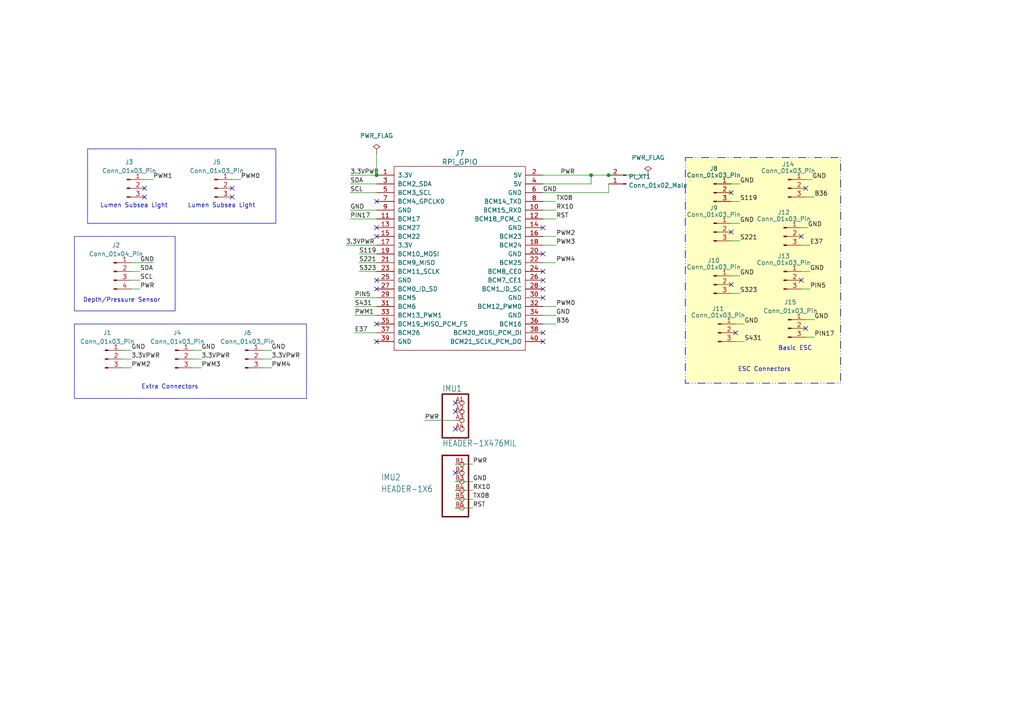
<source format=kicad_sch>
(kicad_sch
	(version 20231120)
	(generator "eeschema")
	(generator_version "8.0")
	(uuid "007693a8-55d4-4a89-abab-fb72a4d125f0")
	(paper "A4")
	(lib_symbols
		(symbol "Adafruit BNO055-eagle-import:HEADER-1X6"
			(exclude_from_sim no)
			(in_bom yes)
			(on_board yes)
			(property "Reference" "IMU_HEADER1"
				(at -24.13 3.81 0)
				(effects
					(font
						(size 1.778 1.5113)
					)
					(justify left)
				)
			)
			(property "Value" "HEADER-1X6"
				(at -24.13 0.41 0)
				(effects
					(font
						(size 1.778 1.5113)
					)
					(justify left)
				)
			)
			(property "Footprint" "Adafruit BNO055:Adafruit_BPO055"
				(at 0 0 0)
				(effects
					(font
						(size 1.27 1.27)
					)
					(hide yes)
				)
			)
			(property "Datasheet" ""
				(at 0 0 0)
				(effects
					(font
						(size 1.27 1.27)
					)
					(hide yes)
				)
			)
			(property "Description" ""
				(at 0 0 0)
				(effects
					(font
						(size 1.27 1.27)
					)
					(hide yes)
				)
			)
			(property "ki_locked" ""
				(at 0 0 0)
				(effects
					(font
						(size 1.27 1.27)
					)
				)
			)
			(symbol "HEADER-1X6_1_0"
				(polyline
					(pts
						(xy -6.35 -7.62) (xy 1.27 -7.62)
					)
					(stroke
						(width 0.4064)
						(type default)
					)
					(fill
						(type none)
					)
				)
				(polyline
					(pts
						(xy -6.35 10.16) (xy -6.35 -7.62)
					)
					(stroke
						(width 0.4064)
						(type default)
					)
					(fill
						(type none)
					)
				)
				(polyline
					(pts
						(xy 1.27 -7.62) (xy 1.27 10.16)
					)
					(stroke
						(width 0.4064)
						(type default)
					)
					(fill
						(type none)
					)
				)
				(polyline
					(pts
						(xy 1.27 10.16) (xy -6.35 10.16)
					)
					(stroke
						(width 0.4064)
						(type default)
					)
					(fill
						(type none)
					)
				)
				(pin passive inverted
					(at -2.54 7.62 0)
					(length 2.54)
					(name "B1"
						(effects
							(font
								(size 0 0)
							)
						)
					)
					(number "B1"
						(effects
							(font
								(size 1.27 1.27)
							)
						)
					)
				)
				(pin passive inverted
					(at -2.54 5.08 0)
					(length 2.54)
					(name "2"
						(effects
							(font
								(size 0 0)
							)
						)
					)
					(number "B2"
						(effects
							(font
								(size 1.27 1.27)
							)
						)
					)
				)
				(pin passive inverted
					(at -2.54 2.54 0)
					(length 2.54)
					(name "3_(GND)"
						(effects
							(font
								(size 0 0)
							)
						)
					)
					(number "B3"
						(effects
							(font
								(size 1.27 1.27)
							)
						)
					)
				)
				(pin passive inverted
					(at -2.54 0 0)
					(length 2.54)
					(name "4"
						(effects
							(font
								(size 0 0)
							)
						)
					)
					(number "B4"
						(effects
							(font
								(size 1.27 1.27)
							)
						)
					)
				)
				(pin passive inverted
					(at -2.54 -2.54 0)
					(length 2.54)
					(name "5"
						(effects
							(font
								(size 0 0)
							)
						)
					)
					(number "B5"
						(effects
							(font
								(size 1.27 1.27)
							)
						)
					)
				)
				(pin passive inverted
					(at -2.54 -5.08 0)
					(length 2.54)
					(name "B6"
						(effects
							(font
								(size 0 0)
							)
						)
					)
					(number "B6"
						(effects
							(font
								(size 1.27 1.27)
							)
						)
					)
				)
			)
		)
		(symbol "Conn_01x02_Male_1"
			(pin_names
				(offset 1.016) hide)
			(exclude_from_sim no)
			(in_bom yes)
			(on_board yes)
			(property "Reference" "XT30_2"
				(at -0.7112 -2.1047 0)
				(effects
					(font
						(size 1.27 1.27)
					)
					(justify right)
				)
			)
			(property "Value" "Conn_01x02_Male"
				(at -0.7112 0.4322 0)
				(effects
					(font
						(size 1.27 1.27)
					)
					(justify right)
				)
			)
			(property "Footprint" "XT Power Connector Footprints:AMASS_XT30PW-M_1x02_P2.50mm_Horizontal"
				(at 0 3.81 0)
				(effects
					(font
						(size 1.27 1.27)
					)
					(hide yes)
				)
			)
			(property "Datasheet" "~"
				(at 0 0 0)
				(effects
					(font
						(size 1.27 1.27)
					)
					(hide yes)
				)
			)
			(property "Description" "Generic connector, single row, 01x02, script generated (kicad-library-utils/schlib/autogen/connector/)"
				(at 0 0 0)
				(effects
					(font
						(size 1.27 1.27)
					)
					(hide yes)
				)
			)
			(property "ki_keywords" "connector"
				(at 0 0 0)
				(effects
					(font
						(size 1.27 1.27)
					)
					(hide yes)
				)
			)
			(property "ki_fp_filters" "Connector*:*_1x??_*"
				(at 0 0 0)
				(effects
					(font
						(size 1.27 1.27)
					)
					(hide yes)
				)
			)
			(symbol "Conn_01x02_Male_1_1_1"
				(polyline
					(pts
						(xy 1.27 -2.54) (xy 0.8636 -2.54)
					)
					(stroke
						(width 0.1524)
						(type default)
					)
					(fill
						(type none)
					)
				)
				(polyline
					(pts
						(xy 1.27 0) (xy 0.8636 0)
					)
					(stroke
						(width 0.1524)
						(type default)
					)
					(fill
						(type none)
					)
				)
				(rectangle
					(start 0.8636 -2.413)
					(end 0 -2.667)
					(stroke
						(width 0.1524)
						(type default)
					)
					(fill
						(type outline)
					)
				)
				(rectangle
					(start 0.8636 0.127)
					(end 0 -0.127)
					(stroke
						(width 0.1524)
						(type default)
					)
					(fill
						(type outline)
					)
				)
				(pin power_out line
					(at 5.08 0 180)
					(length 3.81)
					(name "Pin_1"
						(effects
							(font
								(size 1.27 1.27)
							)
						)
					)
					(number "1"
						(effects
							(font
								(size 1.27 1.27)
							)
						)
					)
				)
				(pin power_in line
					(at 5.08 -2.54 180)
					(length 3.81)
					(name "Pin_2"
						(effects
							(font
								(size 1.27 1.27)
							)
						)
					)
					(number "2"
						(effects
							(font
								(size 1.27 1.27)
							)
						)
					)
				)
			)
		)
		(symbol "Connector:Conn_01x03_Pin"
			(pin_names
				(offset 1.016) hide)
			(exclude_from_sim no)
			(in_bom yes)
			(on_board yes)
			(property "Reference" "J"
				(at 0 5.08 0)
				(effects
					(font
						(size 1.27 1.27)
					)
				)
			)
			(property "Value" "Conn_01x03_Pin"
				(at 0 -5.08 0)
				(effects
					(font
						(size 1.27 1.27)
					)
				)
			)
			(property "Footprint" ""
				(at 0 0 0)
				(effects
					(font
						(size 1.27 1.27)
					)
					(hide yes)
				)
			)
			(property "Datasheet" "~"
				(at 0 0 0)
				(effects
					(font
						(size 1.27 1.27)
					)
					(hide yes)
				)
			)
			(property "Description" "Generic connector, single row, 01x03, script generated"
				(at 0 0 0)
				(effects
					(font
						(size 1.27 1.27)
					)
					(hide yes)
				)
			)
			(property "ki_locked" ""
				(at 0 0 0)
				(effects
					(font
						(size 1.27 1.27)
					)
				)
			)
			(property "ki_keywords" "connector"
				(at 0 0 0)
				(effects
					(font
						(size 1.27 1.27)
					)
					(hide yes)
				)
			)
			(property "ki_fp_filters" "Connector*:*_1x??_*"
				(at 0 0 0)
				(effects
					(font
						(size 1.27 1.27)
					)
					(hide yes)
				)
			)
			(symbol "Conn_01x03_Pin_1_1"
				(polyline
					(pts
						(xy 1.27 -2.54) (xy 0.8636 -2.54)
					)
					(stroke
						(width 0.1524)
						(type default)
					)
					(fill
						(type none)
					)
				)
				(polyline
					(pts
						(xy 1.27 0) (xy 0.8636 0)
					)
					(stroke
						(width 0.1524)
						(type default)
					)
					(fill
						(type none)
					)
				)
				(polyline
					(pts
						(xy 1.27 2.54) (xy 0.8636 2.54)
					)
					(stroke
						(width 0.1524)
						(type default)
					)
					(fill
						(type none)
					)
				)
				(rectangle
					(start 0.8636 -2.413)
					(end 0 -2.667)
					(stroke
						(width 0.1524)
						(type default)
					)
					(fill
						(type outline)
					)
				)
				(rectangle
					(start 0.8636 0.127)
					(end 0 -0.127)
					(stroke
						(width 0.1524)
						(type default)
					)
					(fill
						(type outline)
					)
				)
				(rectangle
					(start 0.8636 2.667)
					(end 0 2.413)
					(stroke
						(width 0.1524)
						(type default)
					)
					(fill
						(type outline)
					)
				)
				(pin passive line
					(at 5.08 2.54 180)
					(length 3.81)
					(name "Pin_1"
						(effects
							(font
								(size 1.27 1.27)
							)
						)
					)
					(number "1"
						(effects
							(font
								(size 1.27 1.27)
							)
						)
					)
				)
				(pin passive line
					(at 5.08 0 180)
					(length 3.81)
					(name "Pin_2"
						(effects
							(font
								(size 1.27 1.27)
							)
						)
					)
					(number "2"
						(effects
							(font
								(size 1.27 1.27)
							)
						)
					)
				)
				(pin passive line
					(at 5.08 -2.54 180)
					(length 3.81)
					(name "Pin_3"
						(effects
							(font
								(size 1.27 1.27)
							)
						)
					)
					(number "3"
						(effects
							(font
								(size 1.27 1.27)
							)
						)
					)
				)
			)
		)
		(symbol "Connector:Conn_01x04_Pin"
			(pin_names
				(offset 1.016) hide)
			(exclude_from_sim no)
			(in_bom yes)
			(on_board yes)
			(property "Reference" "J"
				(at 0 5.08 0)
				(effects
					(font
						(size 1.27 1.27)
					)
				)
			)
			(property "Value" "Conn_01x04_Pin"
				(at 0 -7.62 0)
				(effects
					(font
						(size 1.27 1.27)
					)
				)
			)
			(property "Footprint" ""
				(at 0 0 0)
				(effects
					(font
						(size 1.27 1.27)
					)
					(hide yes)
				)
			)
			(property "Datasheet" "~"
				(at 0 0 0)
				(effects
					(font
						(size 1.27 1.27)
					)
					(hide yes)
				)
			)
			(property "Description" "Generic connector, single row, 01x04, script generated"
				(at 0 0 0)
				(effects
					(font
						(size 1.27 1.27)
					)
					(hide yes)
				)
			)
			(property "ki_locked" ""
				(at 0 0 0)
				(effects
					(font
						(size 1.27 1.27)
					)
				)
			)
			(property "ki_keywords" "connector"
				(at 0 0 0)
				(effects
					(font
						(size 1.27 1.27)
					)
					(hide yes)
				)
			)
			(property "ki_fp_filters" "Connector*:*_1x??_*"
				(at 0 0 0)
				(effects
					(font
						(size 1.27 1.27)
					)
					(hide yes)
				)
			)
			(symbol "Conn_01x04_Pin_1_1"
				(polyline
					(pts
						(xy 1.27 -5.08) (xy 0.8636 -5.08)
					)
					(stroke
						(width 0.1524)
						(type default)
					)
					(fill
						(type none)
					)
				)
				(polyline
					(pts
						(xy 1.27 -2.54) (xy 0.8636 -2.54)
					)
					(stroke
						(width 0.1524)
						(type default)
					)
					(fill
						(type none)
					)
				)
				(polyline
					(pts
						(xy 1.27 0) (xy 0.8636 0)
					)
					(stroke
						(width 0.1524)
						(type default)
					)
					(fill
						(type none)
					)
				)
				(polyline
					(pts
						(xy 1.27 2.54) (xy 0.8636 2.54)
					)
					(stroke
						(width 0.1524)
						(type default)
					)
					(fill
						(type none)
					)
				)
				(rectangle
					(start 0.8636 -4.953)
					(end 0 -5.207)
					(stroke
						(width 0.1524)
						(type default)
					)
					(fill
						(type outline)
					)
				)
				(rectangle
					(start 0.8636 -2.413)
					(end 0 -2.667)
					(stroke
						(width 0.1524)
						(type default)
					)
					(fill
						(type outline)
					)
				)
				(rectangle
					(start 0.8636 0.127)
					(end 0 -0.127)
					(stroke
						(width 0.1524)
						(type default)
					)
					(fill
						(type outline)
					)
				)
				(rectangle
					(start 0.8636 2.667)
					(end 0 2.413)
					(stroke
						(width 0.1524)
						(type default)
					)
					(fill
						(type outline)
					)
				)
				(pin passive line
					(at 5.08 2.54 180)
					(length 3.81)
					(name "Pin_1"
						(effects
							(font
								(size 1.27 1.27)
							)
						)
					)
					(number "1"
						(effects
							(font
								(size 1.27 1.27)
							)
						)
					)
				)
				(pin passive line
					(at 5.08 0 180)
					(length 3.81)
					(name "Pin_2"
						(effects
							(font
								(size 1.27 1.27)
							)
						)
					)
					(number "2"
						(effects
							(font
								(size 1.27 1.27)
							)
						)
					)
				)
				(pin passive line
					(at 5.08 -2.54 180)
					(length 3.81)
					(name "Pin_3"
						(effects
							(font
								(size 1.27 1.27)
							)
						)
					)
					(number "3"
						(effects
							(font
								(size 1.27 1.27)
							)
						)
					)
				)
				(pin passive line
					(at 5.08 -5.08 180)
					(length 3.81)
					(name "Pin_4"
						(effects
							(font
								(size 1.27 1.27)
							)
						)
					)
					(number "4"
						(effects
							(font
								(size 1.27 1.27)
							)
						)
					)
				)
			)
		)
		(symbol "RPi_Hat:RPi_GPIO"
			(pin_names
				(offset 1.016)
			)
			(exclude_from_sim no)
			(in_bom yes)
			(on_board yes)
			(property "Reference" "J"
				(at 19.05 6.35 0)
				(effects
					(font
						(size 1.524 1.524)
					)
				)
			)
			(property "Value" "RPi_GPIO"
				(at 19.05 3.81 0)
				(effects
					(font
						(size 1.524 1.524)
					)
				)
			)
			(property "Footprint" ""
				(at 0 0 0)
				(effects
					(font
						(size 1.524 1.524)
					)
				)
			)
			(property "Datasheet" ""
				(at 0 0 0)
				(effects
					(font
						(size 1.524 1.524)
					)
				)
			)
			(property "Description" ""
				(at 0 0 0)
				(effects
					(font
						(size 1.27 1.27)
					)
					(hide yes)
				)
			)
			(symbol "RPi_GPIO_0_1"
				(rectangle
					(start 0 2.54)
					(end 38.1 -50.8)
					(stroke
						(width 0)
						(type default)
					)
					(fill
						(type none)
					)
				)
			)
			(symbol "RPi_GPIO_1_1"
				(pin power_in line
					(at -5.08 0 0)
					(length 5.08)
					(name "3.3V"
						(effects
							(font
								(size 1.27 1.27)
							)
						)
					)
					(number "1"
						(effects
							(font
								(size 1.27 1.27)
							)
						)
					)
				)
				(pin bidirectional line
					(at 43.18 -10.16 180)
					(length 5.08)
					(name "BCM15_RXD"
						(effects
							(font
								(size 1.27 1.27)
							)
						)
					)
					(number "10"
						(effects
							(font
								(size 1.27 1.27)
							)
						)
					)
				)
				(pin bidirectional line
					(at -5.08 -12.7 0)
					(length 5.08)
					(name "BCM17"
						(effects
							(font
								(size 1.27 1.27)
							)
						)
					)
					(number "11"
						(effects
							(font
								(size 1.27 1.27)
							)
						)
					)
				)
				(pin bidirectional line
					(at 43.18 -12.7 180)
					(length 5.08)
					(name "BCM18_PCM_C"
						(effects
							(font
								(size 1.27 1.27)
							)
						)
					)
					(number "12"
						(effects
							(font
								(size 1.27 1.27)
							)
						)
					)
				)
				(pin bidirectional line
					(at -5.08 -15.24 0)
					(length 5.08)
					(name "BCM27"
						(effects
							(font
								(size 1.27 1.27)
							)
						)
					)
					(number "13"
						(effects
							(font
								(size 1.27 1.27)
							)
						)
					)
				)
				(pin power_in line
					(at 43.18 -15.24 180)
					(length 5.08)
					(name "GND"
						(effects
							(font
								(size 1.27 1.27)
							)
						)
					)
					(number "14"
						(effects
							(font
								(size 1.27 1.27)
							)
						)
					)
				)
				(pin bidirectional line
					(at -5.08 -17.78 0)
					(length 5.08)
					(name "BCM22"
						(effects
							(font
								(size 1.27 1.27)
							)
						)
					)
					(number "15"
						(effects
							(font
								(size 1.27 1.27)
							)
						)
					)
				)
				(pin bidirectional line
					(at 43.18 -17.78 180)
					(length 5.08)
					(name "BCM23"
						(effects
							(font
								(size 1.27 1.27)
							)
						)
					)
					(number "16"
						(effects
							(font
								(size 1.27 1.27)
							)
						)
					)
				)
				(pin power_in line
					(at -5.08 -20.32 0)
					(length 5.08)
					(name "3.3V"
						(effects
							(font
								(size 1.27 1.27)
							)
						)
					)
					(number "17"
						(effects
							(font
								(size 1.27 1.27)
							)
						)
					)
				)
				(pin bidirectional line
					(at 43.18 -20.32 180)
					(length 5.08)
					(name "BCM24"
						(effects
							(font
								(size 1.27 1.27)
							)
						)
					)
					(number "18"
						(effects
							(font
								(size 1.27 1.27)
							)
						)
					)
				)
				(pin bidirectional line
					(at -5.08 -22.86 0)
					(length 5.08)
					(name "BCM10_MOSI"
						(effects
							(font
								(size 1.27 1.27)
							)
						)
					)
					(number "19"
						(effects
							(font
								(size 1.27 1.27)
							)
						)
					)
				)
				(pin power_in line
					(at 43.18 0 180)
					(length 5.08)
					(name "5V"
						(effects
							(font
								(size 1.27 1.27)
							)
						)
					)
					(number "2"
						(effects
							(font
								(size 1.27 1.27)
							)
						)
					)
				)
				(pin power_in line
					(at 43.18 -22.86 180)
					(length 5.08)
					(name "GND"
						(effects
							(font
								(size 1.27 1.27)
							)
						)
					)
					(number "20"
						(effects
							(font
								(size 1.27 1.27)
							)
						)
					)
				)
				(pin bidirectional line
					(at -5.08 -25.4 0)
					(length 5.08)
					(name "BCM9_MISO"
						(effects
							(font
								(size 1.27 1.27)
							)
						)
					)
					(number "21"
						(effects
							(font
								(size 1.27 1.27)
							)
						)
					)
				)
				(pin bidirectional line
					(at 43.18 -25.4 180)
					(length 5.08)
					(name "BCM25"
						(effects
							(font
								(size 1.27 1.27)
							)
						)
					)
					(number "22"
						(effects
							(font
								(size 1.27 1.27)
							)
						)
					)
				)
				(pin bidirectional line
					(at -5.08 -27.94 0)
					(length 5.08)
					(name "BCM11_SCLK"
						(effects
							(font
								(size 1.27 1.27)
							)
						)
					)
					(number "23"
						(effects
							(font
								(size 1.27 1.27)
							)
						)
					)
				)
				(pin bidirectional line
					(at 43.18 -27.94 180)
					(length 5.08)
					(name "BCM8_CE0"
						(effects
							(font
								(size 1.27 1.27)
							)
						)
					)
					(number "24"
						(effects
							(font
								(size 1.27 1.27)
							)
						)
					)
				)
				(pin power_in line
					(at -5.08 -30.48 0)
					(length 5.08)
					(name "GND"
						(effects
							(font
								(size 1.27 1.27)
							)
						)
					)
					(number "25"
						(effects
							(font
								(size 1.27 1.27)
							)
						)
					)
				)
				(pin bidirectional line
					(at 43.18 -30.48 180)
					(length 5.08)
					(name "BCM7_CE1"
						(effects
							(font
								(size 1.27 1.27)
							)
						)
					)
					(number "26"
						(effects
							(font
								(size 1.27 1.27)
							)
						)
					)
				)
				(pin bidirectional line
					(at -5.08 -33.02 0)
					(length 5.08)
					(name "BCM0_ID_SD"
						(effects
							(font
								(size 1.27 1.27)
							)
						)
					)
					(number "27"
						(effects
							(font
								(size 1.27 1.27)
							)
						)
					)
				)
				(pin bidirectional line
					(at 43.18 -33.02 180)
					(length 5.08)
					(name "BCM1_ID_SC"
						(effects
							(font
								(size 1.27 1.27)
							)
						)
					)
					(number "28"
						(effects
							(font
								(size 1.27 1.27)
							)
						)
					)
				)
				(pin bidirectional line
					(at -5.08 -35.56 0)
					(length 5.08)
					(name "BCM5"
						(effects
							(font
								(size 1.27 1.27)
							)
						)
					)
					(number "29"
						(effects
							(font
								(size 1.27 1.27)
							)
						)
					)
				)
				(pin bidirectional line
					(at -5.08 -2.54 0)
					(length 5.08)
					(name "BCM2_SDA"
						(effects
							(font
								(size 1.27 1.27)
							)
						)
					)
					(number "3"
						(effects
							(font
								(size 1.27 1.27)
							)
						)
					)
				)
				(pin power_in line
					(at 43.18 -35.56 180)
					(length 5.08)
					(name "GND"
						(effects
							(font
								(size 1.27 1.27)
							)
						)
					)
					(number "30"
						(effects
							(font
								(size 1.27 1.27)
							)
						)
					)
				)
				(pin bidirectional line
					(at -5.08 -38.1 0)
					(length 5.08)
					(name "BCM6"
						(effects
							(font
								(size 1.27 1.27)
							)
						)
					)
					(number "31"
						(effects
							(font
								(size 1.27 1.27)
							)
						)
					)
				)
				(pin bidirectional line
					(at 43.18 -38.1 180)
					(length 5.08)
					(name "BCM12_PWM0"
						(effects
							(font
								(size 1.27 1.27)
							)
						)
					)
					(number "32"
						(effects
							(font
								(size 1.27 1.27)
							)
						)
					)
				)
				(pin bidirectional line
					(at -5.08 -40.64 0)
					(length 5.08)
					(name "BCM13_PWM1"
						(effects
							(font
								(size 1.27 1.27)
							)
						)
					)
					(number "33"
						(effects
							(font
								(size 1.27 1.27)
							)
						)
					)
				)
				(pin power_in line
					(at 43.18 -40.64 180)
					(length 5.08)
					(name "GND"
						(effects
							(font
								(size 1.27 1.27)
							)
						)
					)
					(number "34"
						(effects
							(font
								(size 1.27 1.27)
							)
						)
					)
				)
				(pin bidirectional line
					(at -5.08 -43.18 0)
					(length 5.08)
					(name "BCM19_MISO_PCM_FS"
						(effects
							(font
								(size 1.27 1.27)
							)
						)
					)
					(number "35"
						(effects
							(font
								(size 1.27 1.27)
							)
						)
					)
				)
				(pin bidirectional line
					(at 43.18 -43.18 180)
					(length 5.08)
					(name "BCM16"
						(effects
							(font
								(size 1.27 1.27)
							)
						)
					)
					(number "36"
						(effects
							(font
								(size 1.27 1.27)
							)
						)
					)
				)
				(pin bidirectional line
					(at -5.08 -45.72 0)
					(length 5.08)
					(name "BCM26"
						(effects
							(font
								(size 1.27 1.27)
							)
						)
					)
					(number "37"
						(effects
							(font
								(size 1.27 1.27)
							)
						)
					)
				)
				(pin bidirectional line
					(at 43.18 -45.72 180)
					(length 5.08)
					(name "BCM20_MOSI_PCM_DI"
						(effects
							(font
								(size 1.27 1.27)
							)
						)
					)
					(number "38"
						(effects
							(font
								(size 1.27 1.27)
							)
						)
					)
				)
				(pin power_in line
					(at -5.08 -48.26 0)
					(length 5.08)
					(name "GND"
						(effects
							(font
								(size 1.27 1.27)
							)
						)
					)
					(number "39"
						(effects
							(font
								(size 1.27 1.27)
							)
						)
					)
				)
				(pin power_in line
					(at 43.18 -2.54 180)
					(length 5.08)
					(name "5V"
						(effects
							(font
								(size 1.27 1.27)
							)
						)
					)
					(number "4"
						(effects
							(font
								(size 1.27 1.27)
							)
						)
					)
				)
				(pin bidirectional line
					(at 43.18 -48.26 180)
					(length 5.08)
					(name "BCM21_SCLK_PCM_DO"
						(effects
							(font
								(size 1.27 1.27)
							)
						)
					)
					(number "40"
						(effects
							(font
								(size 1.27 1.27)
							)
						)
					)
				)
				(pin bidirectional line
					(at -5.08 -5.08 0)
					(length 5.08)
					(name "BCM3_SCL"
						(effects
							(font
								(size 1.27 1.27)
							)
						)
					)
					(number "5"
						(effects
							(font
								(size 1.27 1.27)
							)
						)
					)
				)
				(pin power_in line
					(at 43.18 -5.08 180)
					(length 5.08)
					(name "GND"
						(effects
							(font
								(size 1.27 1.27)
							)
						)
					)
					(number "6"
						(effects
							(font
								(size 1.27 1.27)
							)
						)
					)
				)
				(pin bidirectional line
					(at -5.08 -7.62 0)
					(length 5.08)
					(name "BCM4_GPCLK0"
						(effects
							(font
								(size 1.27 1.27)
							)
						)
					)
					(number "7"
						(effects
							(font
								(size 1.27 1.27)
							)
						)
					)
				)
				(pin bidirectional line
					(at 43.18 -7.62 180)
					(length 5.08)
					(name "BCM14_TXD"
						(effects
							(font
								(size 1.27 1.27)
							)
						)
					)
					(number "8"
						(effects
							(font
								(size 1.27 1.27)
							)
						)
					)
				)
				(pin power_in line
					(at -5.08 -10.16 0)
					(length 5.08)
					(name "GND"
						(effects
							(font
								(size 1.27 1.27)
							)
						)
					)
					(number "9"
						(effects
							(font
								(size 1.27 1.27)
							)
						)
					)
				)
			)
		)
		(symbol "RPi_Hat_V2-eagle-import:HEADER-1X476MIL"
			(exclude_from_sim no)
			(in_bom yes)
			(on_board yes)
			(property "Reference" "JP1"
				(at -6.35 8.255 0)
				(effects
					(font
						(size 1.778 1.5113)
					)
					(justify left bottom)
				)
			)
			(property "Value" "HEADER-1X476MIL"
				(at -6.35 -7.62 0)
				(effects
					(font
						(size 1.778 1.5113)
					)
					(justify left bottom)
				)
			)
			(property "Footprint" "Adafruit BNO055:1X04_ROUND_76"
				(at 0 0 0)
				(effects
					(font
						(size 1.27 1.27)
					)
					(hide yes)
				)
			)
			(property "Datasheet" ""
				(at 0 0 0)
				(effects
					(font
						(size 1.27 1.27)
					)
					(hide yes)
				)
			)
			(property "Description" ""
				(at 0 0 0)
				(effects
					(font
						(size 1.27 1.27)
					)
					(hide yes)
				)
			)
			(property "ki_locked" ""
				(at 0 0 0)
				(effects
					(font
						(size 1.27 1.27)
					)
				)
			)
			(symbol "HEADER-1X476MIL_1_0"
				(polyline
					(pts
						(xy -6.35 -5.08) (xy 1.27 -5.08)
					)
					(stroke
						(width 0.4064)
						(type default)
					)
					(fill
						(type none)
					)
				)
				(polyline
					(pts
						(xy -6.35 7.62) (xy -6.35 -5.08)
					)
					(stroke
						(width 0.4064)
						(type default)
					)
					(fill
						(type none)
					)
				)
				(polyline
					(pts
						(xy 1.27 -5.08) (xy 1.27 7.62)
					)
					(stroke
						(width 0.4064)
						(type default)
					)
					(fill
						(type none)
					)
				)
				(polyline
					(pts
						(xy 1.27 7.62) (xy -6.35 7.62)
					)
					(stroke
						(width 0.4064)
						(type default)
					)
					(fill
						(type none)
					)
				)
				(pin passive inverted
					(at -2.54 5.08 0)
					(length 2.54)
					(name "1"
						(effects
							(font
								(size 0 0)
							)
						)
					)
					(number "A1"
						(effects
							(font
								(size 1.27 1.27)
							)
						)
					)
				)
				(pin passive inverted
					(at -2.54 2.54 0)
					(length 2.54)
					(name "2"
						(effects
							(font
								(size 0 0)
							)
						)
					)
					(number "A2"
						(effects
							(font
								(size 1.27 1.27)
							)
						)
					)
				)
				(pin passive inverted
					(at -2.54 0 0)
					(length 2.54)
					(name "3"
						(effects
							(font
								(size 0 0)
							)
						)
					)
					(number "A3"
						(effects
							(font
								(size 1.27 1.27)
							)
						)
					)
				)
				(pin passive inverted
					(at -2.54 -2.54 0)
					(length 2.54)
					(name "4"
						(effects
							(font
								(size 0 0)
							)
						)
					)
					(number "A4"
						(effects
							(font
								(size 1.27 1.27)
							)
						)
					)
				)
			)
		)
		(symbol "power:PWR_FLAG"
			(power)
			(pin_numbers hide)
			(pin_names
				(offset 0) hide)
			(exclude_from_sim no)
			(in_bom yes)
			(on_board yes)
			(property "Reference" "#FLG"
				(at 0 1.905 0)
				(effects
					(font
						(size 1.27 1.27)
					)
					(hide yes)
				)
			)
			(property "Value" "PWR_FLAG"
				(at 0 3.81 0)
				(effects
					(font
						(size 1.27 1.27)
					)
				)
			)
			(property "Footprint" ""
				(at 0 0 0)
				(effects
					(font
						(size 1.27 1.27)
					)
					(hide yes)
				)
			)
			(property "Datasheet" "~"
				(at 0 0 0)
				(effects
					(font
						(size 1.27 1.27)
					)
					(hide yes)
				)
			)
			(property "Description" "Special symbol for telling ERC where power comes from"
				(at 0 0 0)
				(effects
					(font
						(size 1.27 1.27)
					)
					(hide yes)
				)
			)
			(property "ki_keywords" "flag power"
				(at 0 0 0)
				(effects
					(font
						(size 1.27 1.27)
					)
					(hide yes)
				)
			)
			(symbol "PWR_FLAG_0_0"
				(pin power_out line
					(at 0 0 90)
					(length 0)
					(name "~"
						(effects
							(font
								(size 1.27 1.27)
							)
						)
					)
					(number "1"
						(effects
							(font
								(size 1.27 1.27)
							)
						)
					)
				)
			)
			(symbol "PWR_FLAG_0_1"
				(polyline
					(pts
						(xy 0 0) (xy 0 1.27) (xy -1.016 1.905) (xy 0 2.54) (xy 1.016 1.905) (xy 0 1.27)
					)
					(stroke
						(width 0)
						(type default)
					)
					(fill
						(type none)
					)
				)
			)
		)
	)
	(junction
		(at 109.22 50.8)
		(diameter 0)
		(color 0 0 0 0)
		(uuid "720181ea-836c-41a2-8501-c0ab698ae16a")
	)
	(junction
		(at 171.45 50.8)
		(diameter 0)
		(color 0 0 0 0)
		(uuid "788cabf1-5035-4141-8664-116e1a3012de")
	)
	(junction
		(at 176.53 50.8)
		(diameter 0)
		(color 0 0 0 0)
		(uuid "b77c6b17-96ef-4929-b8c7-be05ce5ce124")
	)
	(no_connect
		(at 41.91 57.15)
		(uuid "0400d848-4a06-41a2-b47c-ccd92c6c7d32")
	)
	(no_connect
		(at 232.41 81.28)
		(uuid "11cab63e-f235-4977-9597-54a6dda17949")
	)
	(no_connect
		(at 157.48 81.28)
		(uuid "12389b05-13af-4c18-bb4e-9aac3de38fa7")
	)
	(no_connect
		(at 67.31 57.15)
		(uuid "14af43c1-62ee-4f8e-b619-b938892a3fa3")
	)
	(no_connect
		(at 109.22 81.28)
		(uuid "185d1eaf-664f-43fc-a98f-53e834fbce3b")
	)
	(no_connect
		(at 157.48 78.74)
		(uuid "2e55cdb0-8ed2-4e54-9a03-01cb66891b57")
	)
	(no_connect
		(at 109.22 93.98)
		(uuid "36d69cd2-944c-47cb-85e1-a9ea0fe356bf")
	)
	(no_connect
		(at 213.36 96.52)
		(uuid "3c30610b-526a-47ed-8e9f-c50c3e7d6adf")
	)
	(no_connect
		(at 233.68 95.25)
		(uuid "3d9c22eb-9309-4baf-98c1-9d96258bd5fd")
	)
	(no_connect
		(at 109.22 68.58)
		(uuid "5289eaaa-54e7-4848-b665-e034c77ebdec")
	)
	(no_connect
		(at 212.09 55.88)
		(uuid "546ce18e-1f04-47c6-a4b9-88a5e2c86195")
	)
	(no_connect
		(at 109.22 99.06)
		(uuid "62065bc6-f4ed-4332-8888-7766d58374da")
	)
	(no_connect
		(at 132.08 116.84)
		(uuid "637da622-8bf2-4057-9c52-6fb79067a036")
	)
	(no_connect
		(at 233.68 54.61)
		(uuid "66bd36f5-b973-4f20-9e7f-5c287c30cb78")
	)
	(no_connect
		(at 157.48 96.52)
		(uuid "69098ad5-10aa-47d6-9918-e8fcdf435124")
	)
	(no_connect
		(at 157.48 83.82)
		(uuid "7d46ca46-1da9-455f-9b8a-6b141344f923")
	)
	(no_connect
		(at 157.48 99.06)
		(uuid "806e791d-d9c8-4ea3-bde9-868933e7bb5a")
	)
	(no_connect
		(at 157.48 66.04)
		(uuid "85ac1696-ca7e-43a0-93b9-05ec6ae1ba3e")
	)
	(no_connect
		(at 212.09 82.55)
		(uuid "894e2453-ae26-4295-9b57-de105a14df73")
	)
	(no_connect
		(at 132.08 137.16)
		(uuid "8a78ae59-cc5f-4d1a-b3d5-53ef43611717")
	)
	(no_connect
		(at 212.09 67.31)
		(uuid "92d0d1e5-9e9f-4919-af77-9b6538028a26")
	)
	(no_connect
		(at 109.22 83.82)
		(uuid "9d429416-48e3-4da9-bb70-40edf8719c95")
	)
	(no_connect
		(at 132.08 119.38)
		(uuid "9dadb4c7-e1f1-401f-b679-e84579e873d0")
	)
	(no_connect
		(at 41.91 54.61)
		(uuid "c13efe2c-b76a-42e5-8467-845e2852a663")
	)
	(no_connect
		(at 157.48 86.36)
		(uuid "ca264212-0d92-4738-bc29-d58b4ac91fd1")
	)
	(no_connect
		(at 109.22 58.42)
		(uuid "d25e6855-ce7a-4012-aced-70a7fd3b56a6")
	)
	(no_connect
		(at 67.31 54.61)
		(uuid "d687f16c-60de-450f-b2cc-3fc43039886f")
	)
	(no_connect
		(at 232.41 68.58)
		(uuid "ddcb09fa-bcc9-4859-a042-5450dc451459")
	)
	(no_connect
		(at 157.48 73.66)
		(uuid "e492bdf6-af40-4bb7-a872-a0a6db7dbdc8")
	)
	(no_connect
		(at 109.22 66.04)
		(uuid "f5cb3fde-9bf2-459f-a444-2daae15977db")
	)
	(no_connect
		(at 132.08 124.46)
		(uuid "fd34b65d-cbf8-4645-ab27-c26e89341f42")
	)
	(wire
		(pts
			(xy 157.48 93.98) (xy 161.29 93.98)
		)
		(stroke
			(width 0)
			(type default)
		)
		(uuid "0cce59f0-7488-4d7d-b915-cf075ac6f448")
	)
	(wire
		(pts
			(xy 102.87 88.9) (xy 109.22 88.9)
		)
		(stroke
			(width 0)
			(type default)
		)
		(uuid "0f3f759f-d90f-459d-adce-495dc1aa445f")
	)
	(wire
		(pts
			(xy 102.87 96.52) (xy 109.22 96.52)
		)
		(stroke
			(width 0)
			(type default)
		)
		(uuid "0fdbbb61-060d-4dab-a2e0-53c882826f22")
	)
	(wire
		(pts
			(xy 212.09 58.42) (xy 214.63 58.42)
		)
		(stroke
			(width 0)
			(type default)
		)
		(uuid "114d1459-7c19-4016-b471-b81cb7d79ab1")
	)
	(wire
		(pts
			(xy 104.14 76.2) (xy 109.22 76.2)
		)
		(stroke
			(width 0)
			(type default)
		)
		(uuid "1695275c-f06c-43df-9a66-6c824d19dd70")
	)
	(wire
		(pts
			(xy 35.56 106.68) (xy 38.1 106.68)
		)
		(stroke
			(width 0)
			(type default)
		)
		(uuid "19525ea2-9939-4caa-bd2b-42d72f825f5a")
	)
	(wire
		(pts
			(xy 41.91 52.07) (xy 44.45 52.07)
		)
		(stroke
			(width 0)
			(type default)
		)
		(uuid "23c6c9f0-13bd-419d-8126-695989d4070c")
	)
	(wire
		(pts
			(xy 157.48 55.88) (xy 176.53 55.88)
		)
		(stroke
			(width 0)
			(type default)
		)
		(uuid "2594c0ae-b82f-4770-8900-9a993a2eb50e")
	)
	(wire
		(pts
			(xy 76.2 106.68) (xy 78.74 106.68)
		)
		(stroke
			(width 0)
			(type default)
		)
		(uuid "2844ac71-05d7-4f92-a064-a73132cf00b8")
	)
	(wire
		(pts
			(xy 102.87 91.44) (xy 109.22 91.44)
		)
		(stroke
			(width 0)
			(type default)
		)
		(uuid "2b9d045d-3f90-481c-8c37-69edf6461a7a")
	)
	(wire
		(pts
			(xy 132.08 134.62) (xy 137.16 134.62)
		)
		(stroke
			(width 0)
			(type default)
		)
		(uuid "2c2334d3-eb6c-4f01-9ebd-8c489b3a5880")
	)
	(wire
		(pts
			(xy 132.08 139.7) (xy 137.16 139.7)
		)
		(stroke
			(width 0)
			(type default)
		)
		(uuid "313ecefc-6f20-478b-8672-2b6fcb2874c4")
	)
	(wire
		(pts
			(xy 104.14 73.66) (xy 109.22 73.66)
		)
		(stroke
			(width 0)
			(type default)
		)
		(uuid "344e8449-423e-4c70-baac-52fb72585f06")
	)
	(wire
		(pts
			(xy 212.09 53.34) (xy 214.63 53.34)
		)
		(stroke
			(width 0)
			(type default)
		)
		(uuid "380ad34b-d7c1-40c3-a50f-aa767b955c75")
	)
	(wire
		(pts
			(xy 104.14 78.74) (xy 109.22 78.74)
		)
		(stroke
			(width 0)
			(type default)
		)
		(uuid "3936b0f3-64af-4ca7-a458-1e4ade18f36a")
	)
	(wire
		(pts
			(xy 100.33 71.12) (xy 109.22 71.12)
		)
		(stroke
			(width 0)
			(type default)
		)
		(uuid "39a2fa82-fa03-4b33-900e-28d8e6026189")
	)
	(wire
		(pts
			(xy 171.45 53.34) (xy 171.45 50.8)
		)
		(stroke
			(width 0)
			(type default)
		)
		(uuid "40c81c7b-80f6-47c6-8850-68a399924b7c")
	)
	(wire
		(pts
			(xy 157.48 50.8) (xy 171.45 50.8)
		)
		(stroke
			(width 0)
			(type default)
		)
		(uuid "41ee29c7-ac23-4d50-9ab2-c2a37024f7b0")
	)
	(wire
		(pts
			(xy 101.6 53.34) (xy 109.22 53.34)
		)
		(stroke
			(width 0)
			(type default)
		)
		(uuid "41f2941c-0c6f-4bab-9c8e-9d2ba69766f7")
	)
	(wire
		(pts
			(xy 212.09 85.09) (xy 214.63 85.09)
		)
		(stroke
			(width 0)
			(type default)
		)
		(uuid "465b08db-36a5-4a91-affd-3f456316a26f")
	)
	(wire
		(pts
			(xy 55.88 106.68) (xy 58.42 106.68)
		)
		(stroke
			(width 0)
			(type default)
		)
		(uuid "48d01438-94ff-4d66-b2a8-8e0980b319c8")
	)
	(wire
		(pts
			(xy 233.68 97.79) (xy 236.22 97.79)
		)
		(stroke
			(width 0)
			(type default)
		)
		(uuid "4c327b1e-15eb-4704-8d7b-b20447bc135c")
	)
	(wire
		(pts
			(xy 233.68 52.07) (xy 235.585 52.07)
		)
		(stroke
			(width 0)
			(type default)
		)
		(uuid "5133fea7-518b-4bf5-b893-81729ba4c626")
	)
	(wire
		(pts
			(xy 157.48 88.9) (xy 161.29 88.9)
		)
		(stroke
			(width 0)
			(type default)
		)
		(uuid "57a35ef6-f69e-4415-8e84-cd0f6078403b")
	)
	(wire
		(pts
			(xy 212.09 80.01) (xy 214.63 80.01)
		)
		(stroke
			(width 0)
			(type default)
		)
		(uuid "5f2095db-bb16-4c73-b17c-735a5593094c")
	)
	(wire
		(pts
			(xy 38.1 78.74) (xy 40.64 78.74)
		)
		(stroke
			(width 0)
			(type default)
		)
		(uuid "5f467f52-a216-43cd-8ebb-f7228e03c102")
	)
	(wire
		(pts
			(xy 157.48 91.44) (xy 161.29 91.44)
		)
		(stroke
			(width 0)
			(type default)
		)
		(uuid "5fe041b6-028b-4094-b307-8b004c3abf1d")
	)
	(wire
		(pts
			(xy 55.88 104.14) (xy 58.42 104.14)
		)
		(stroke
			(width 0)
			(type default)
		)
		(uuid "62162d36-9147-48ac-a559-7999dcad2107")
	)
	(wire
		(pts
			(xy 38.1 83.82) (xy 40.64 83.82)
		)
		(stroke
			(width 0)
			(type default)
		)
		(uuid "653ba362-9ba1-47d7-b993-e2e5280a506a")
	)
	(wire
		(pts
			(xy 35.56 104.14) (xy 38.1 104.14)
		)
		(stroke
			(width 0)
			(type default)
		)
		(uuid "7152ed95-5dbc-462c-a6ae-6867d6ceee64")
	)
	(wire
		(pts
			(xy 76.2 104.14) (xy 78.74 104.14)
		)
		(stroke
			(width 0)
			(type default)
		)
		(uuid "72b17ce1-a7e0-4234-b43d-2c6c99317f9e")
	)
	(wire
		(pts
			(xy 38.1 76.2) (xy 44.45 76.2)
		)
		(stroke
			(width 0)
			(type default)
		)
		(uuid "7cf96882-1665-4750-8452-461bef6dd9d1")
	)
	(wire
		(pts
			(xy 157.48 71.12) (xy 161.29 71.12)
		)
		(stroke
			(width 0)
			(type default)
		)
		(uuid "7d5b3794-c47d-43c3-8df1-6a843559d902")
	)
	(wire
		(pts
			(xy 157.48 63.5) (xy 161.29 63.5)
		)
		(stroke
			(width 0)
			(type default)
		)
		(uuid "7dccfc86-a009-4b9b-9f17-2518a60dca68")
	)
	(wire
		(pts
			(xy 213.36 93.98) (xy 215.9 93.98)
		)
		(stroke
			(width 0)
			(type default)
		)
		(uuid "87e3b666-cc0d-436c-b398-dcd212f926be")
	)
	(wire
		(pts
			(xy 101.6 55.88) (xy 109.22 55.88)
		)
		(stroke
			(width 0)
			(type default)
		)
		(uuid "886a0315-bcab-474c-96f7-6026108fe7f4")
	)
	(wire
		(pts
			(xy 176.53 50.8) (xy 187.96 50.8)
		)
		(stroke
			(width 0)
			(type default)
		)
		(uuid "899978c3-6ee9-4c19-9a4a-ad374386f2ad")
	)
	(wire
		(pts
			(xy 101.6 60.96) (xy 109.22 60.96)
		)
		(stroke
			(width 0)
			(type default)
		)
		(uuid "993c4cac-878a-4b3d-bc08-5a2ab715532d")
	)
	(wire
		(pts
			(xy 212.09 64.77) (xy 214.63 64.77)
		)
		(stroke
			(width 0)
			(type default)
		)
		(uuid "9b86d171-e269-459d-b39e-1f643db7e749")
	)
	(wire
		(pts
			(xy 35.56 101.6) (xy 38.1 101.6)
		)
		(stroke
			(width 0)
			(type default)
		)
		(uuid "9be5f901-e1a1-453d-9a38-39320ee438f9")
	)
	(wire
		(pts
			(xy 157.48 58.42) (xy 161.29 58.42)
		)
		(stroke
			(width 0)
			(type default)
		)
		(uuid "ab2f38d2-6e21-4e6a-a8a9-8a16f2d8082f")
	)
	(wire
		(pts
			(xy 232.41 71.12) (xy 234.95 71.12)
		)
		(stroke
			(width 0)
			(type default)
		)
		(uuid "acc27cea-8dfd-49f8-baae-c9778c3319a6")
	)
	(wire
		(pts
			(xy 123.19 121.92) (xy 132.08 121.92)
		)
		(stroke
			(width 0)
			(type default)
		)
		(uuid "ad73289d-d45f-4346-8b64-0810b0abd0f8")
	)
	(wire
		(pts
			(xy 233.68 92.71) (xy 236.22 92.71)
		)
		(stroke
			(width 0)
			(type default)
		)
		(uuid "ae2350c9-c508-4be1-a141-b6c1ab064e54")
	)
	(wire
		(pts
			(xy 212.09 69.85) (xy 214.63 69.85)
		)
		(stroke
			(width 0)
			(type default)
		)
		(uuid "bf277f4e-caf0-4e36-9b19-57ad7c213f62")
	)
	(wire
		(pts
			(xy 157.48 68.58) (xy 161.29 68.58)
		)
		(stroke
			(width 0)
			(type default)
		)
		(uuid "bffb1484-a68d-4410-afd5-a41f15ce15d6")
	)
	(wire
		(pts
			(xy 232.41 66.04) (xy 234.315 66.04)
		)
		(stroke
			(width 0)
			(type default)
		)
		(uuid "c1614489-dff4-47d0-9e16-f8d0a4b35197")
	)
	(wire
		(pts
			(xy 132.08 147.32) (xy 137.16 147.32)
		)
		(stroke
			(width 0)
			(type default)
		)
		(uuid "c16be972-035e-4815-a0c7-91c31bd06e3e")
	)
	(wire
		(pts
			(xy 232.41 78.74) (xy 234.95 78.74)
		)
		(stroke
			(width 0)
			(type default)
		)
		(uuid "c2604f72-2aa0-4183-979f-560e18fab58a")
	)
	(wire
		(pts
			(xy 171.45 50.8) (xy 176.53 50.8)
		)
		(stroke
			(width 0)
			(type default)
		)
		(uuid "c9199b89-a2c0-4b9a-b642-95b3be67c4fc")
	)
	(wire
		(pts
			(xy 157.48 60.96) (xy 161.29 60.96)
		)
		(stroke
			(width 0)
			(type default)
		)
		(uuid "ceba7ff6-dec4-49b9-a990-fd97707dd65c")
	)
	(wire
		(pts
			(xy 102.87 86.36) (xy 109.22 86.36)
		)
		(stroke
			(width 0)
			(type default)
		)
		(uuid "cf535cd1-2425-43f3-a006-b9eb8bf07c40")
	)
	(wire
		(pts
			(xy 109.22 44.45) (xy 109.22 50.8)
		)
		(stroke
			(width 0)
			(type default)
		)
		(uuid "d4b5141b-ec1c-47d6-b0e6-13c950c8a181")
	)
	(wire
		(pts
			(xy 55.88 101.6) (xy 58.42 101.6)
		)
		(stroke
			(width 0)
			(type default)
		)
		(uuid "d68140c6-8837-4252-8283-b33024c7cd5a")
	)
	(wire
		(pts
			(xy 132.08 142.24) (xy 137.16 142.24)
		)
		(stroke
			(width 0)
			(type default)
		)
		(uuid "dbf3a633-72d7-4a8b-8bc1-124e4818696e")
	)
	(wire
		(pts
			(xy 38.1 81.28) (xy 40.64 81.28)
		)
		(stroke
			(width 0)
			(type default)
		)
		(uuid "dc228ef4-5154-4114-b1c4-f1d5061b9bfe")
	)
	(wire
		(pts
			(xy 76.2 101.6) (xy 78.74 101.6)
		)
		(stroke
			(width 0)
			(type default)
		)
		(uuid "de113e80-fbf5-40c9-aafe-84df8a027cbe")
	)
	(wire
		(pts
			(xy 157.48 53.34) (xy 171.45 53.34)
		)
		(stroke
			(width 0)
			(type default)
		)
		(uuid "e41d2237-24f2-42b5-bc06-5caedf6ef5ac")
	)
	(wire
		(pts
			(xy 213.36 99.06) (xy 215.9 99.06)
		)
		(stroke
			(width 0)
			(type default)
		)
		(uuid "ed5e0f10-d8c5-4962-bcaa-4ebf3d361a82")
	)
	(wire
		(pts
			(xy 67.31 52.07) (xy 69.85 52.07)
		)
		(stroke
			(width 0)
			(type default)
		)
		(uuid "ede32383-c124-4611-a416-e7be93811d3d")
	)
	(wire
		(pts
			(xy 132.08 144.78) (xy 137.16 144.78)
		)
		(stroke
			(width 0)
			(type default)
		)
		(uuid "f0429c10-0aab-4b0f-b9ce-40f13809c1ce")
	)
	(wire
		(pts
			(xy 233.68 57.15) (xy 236.22 57.15)
		)
		(stroke
			(width 0)
			(type default)
		)
		(uuid "f0ec462c-57db-44d9-adc6-f60b5272fe06")
	)
	(wire
		(pts
			(xy 157.48 76.2) (xy 161.29 76.2)
		)
		(stroke
			(width 0)
			(type default)
		)
		(uuid "f570cdc0-006b-4ff7-b2f6-8843c0a31db4")
	)
	(wire
		(pts
			(xy 101.6 50.8) (xy 109.22 50.8)
		)
		(stroke
			(width 0)
			(type default)
		)
		(uuid "fb8e3243-fdb8-44ab-bc7a-659fc1ddddad")
	)
	(wire
		(pts
			(xy 176.53 55.88) (xy 176.53 53.34)
		)
		(stroke
			(width 0)
			(type default)
		)
		(uuid "fc394803-397e-40e2-bc11-9779c2e50bff")
	)
	(wire
		(pts
			(xy 101.6 63.5) (xy 109.22 63.5)
		)
		(stroke
			(width 0)
			(type default)
		)
		(uuid "ff19a458-914d-4452-b24f-ca83956f1f90")
	)
	(wire
		(pts
			(xy 232.41 83.82) (xy 234.95 83.82)
		)
		(stroke
			(width 0)
			(type default)
		)
		(uuid "fff03791-5705-44ef-ba80-0e08bf89dd5e")
	)
	(rectangle
		(start 198.755 45.72)
		(end 243.84 111.125)
		(stroke
			(width 0.2)
			(type dash_dot_dot)
		)
		(fill
			(type color)
			(color 255 255 194 1)
		)
		(uuid 1e5c15d4-1eab-4fdf-85d6-ed91d1198209)
	)
	(rectangle
		(start 25.4 43.18)
		(end 80.01 64.77)
		(stroke
			(width 0)
			(type default)
		)
		(fill
			(type none)
		)
		(uuid 5afffb58-6045-4350-9ecf-2d02eea8deb3)
	)
	(rectangle
		(start 21.59 68.58)
		(end 50.8 90.17)
		(stroke
			(width 0)
			(type default)
		)
		(fill
			(type none)
		)
		(uuid 70a9339a-7808-47a8-809b-f12f2da75114)
	)
	(rectangle
		(start 21.59 93.98)
		(end 88.9 115.57)
		(stroke
			(width 0)
			(type default)
		)
		(fill
			(type none)
		)
		(uuid fff2d7f7-a6f0-44f2-90d0-d0e4b784934d)
	)
	(text "Basic ESC"
		(exclude_from_sim no)
		(at 230.632 101.092 0)
		(effects
			(font
				(size 1.27 1.27)
			)
		)
		(uuid "6287c258-df54-4258-a1f2-830a66c27c44")
	)
	(text "Depth/Pressure Sensor"
		(exclude_from_sim no)
		(at 35.306 87.122 0)
		(effects
			(font
				(size 1.27 1.27)
			)
		)
		(uuid "a439cac4-5987-4bd9-89cd-615e9ff385bd")
	)
	(text "Lumen Subsea Light"
		(exclude_from_sim no)
		(at 64.262 59.69 0)
		(effects
			(font
				(size 1.27 1.27)
			)
		)
		(uuid "b415e823-cd8b-4647-a17e-3cd5f2a3818c")
	)
	(text "Extra Connectors"
		(exclude_from_sim no)
		(at 49.276 112.268 0)
		(effects
			(font
				(size 1.27 1.27)
			)
		)
		(uuid "d2a63f21-a30b-4b6e-9f98-8c155aeeed67")
	)
	(text "Lumen Subsea Light"
		(exclude_from_sim no)
		(at 38.862 59.69 0)
		(effects
			(font
				(size 1.27 1.27)
			)
		)
		(uuid "e6a420c6-6368-4de9-85ec-e6140541a897")
	)
	(text "ESC Connectors\n"
		(exclude_from_sim no)
		(at 213.995 107.95 0)
		(effects
			(font
				(size 1.27 1.27)
			)
			(justify left bottom)
		)
		(uuid "efded474-bb2b-4559-a628-c47f13689c45")
	)
	(label "3.3VPWR"
		(at 58.42 104.14 0)
		(fields_autoplaced yes)
		(effects
			(font
				(size 1.27 1.27)
			)
			(justify left bottom)
		)
		(uuid "03602b98-6170-4788-ae0e-2f9bbe716230")
	)
	(label "PIN5"
		(at 234.95 83.82 0)
		(fields_autoplaced yes)
		(effects
			(font
				(size 1.27 1.27)
			)
			(justify left bottom)
		)
		(uuid "0402d559-2905-4116-9f97-8a079ba132f1")
	)
	(label "3.3VPWR"
		(at 100.33 71.12 0)
		(fields_autoplaced yes)
		(effects
			(font
				(size 1.27 1.27)
			)
			(justify left bottom)
		)
		(uuid "04c0357f-fb3f-4a6e-b8ae-b028c1611692")
	)
	(label "GND"
		(at 38.1 101.6 0)
		(fields_autoplaced yes)
		(effects
			(font
				(size 1.27 1.27)
			)
			(justify left bottom)
		)
		(uuid "094b8e7f-dde6-4d7e-9105-76a62c9acc5c")
	)
	(label "PWM3"
		(at 58.42 106.68 0)
		(fields_autoplaced yes)
		(effects
			(font
				(size 1.27 1.27)
			)
			(justify left bottom)
		)
		(uuid "0bfeb4ed-3295-4ca1-94da-a5c9229943ef")
	)
	(label "SCL"
		(at 40.64 81.28 0)
		(fields_autoplaced yes)
		(effects
			(font
				(size 1.27 1.27)
			)
			(justify left bottom)
		)
		(uuid "1555b663-9909-4d09-920b-9595ad1aa4f4")
	)
	(label "GND"
		(at 40.64 76.2 0)
		(fields_autoplaced yes)
		(effects
			(font
				(size 1.27 1.27)
			)
			(justify left bottom)
		)
		(uuid "1a8a1949-6f88-4226-9b68-d8bc25584df4")
	)
	(label "PIN17"
		(at 236.22 97.79 0)
		(fields_autoplaced yes)
		(effects
			(font
				(size 1.27 1.27)
			)
			(justify left bottom)
		)
		(uuid "2254e6ae-4cd3-4095-8d8b-49321d34518a")
	)
	(label "S323"
		(at 214.63 85.09 0)
		(fields_autoplaced yes)
		(effects
			(font
				(size 1.27 1.27)
			)
			(justify left bottom)
		)
		(uuid "23d0c03b-1e5e-4283-92c2-e6840f7cad20")
	)
	(label "RX10"
		(at 137.16 142.24 0)
		(fields_autoplaced yes)
		(effects
			(font
				(size 1.27 1.27)
			)
			(justify left bottom)
		)
		(uuid "242bce0c-cc22-4069-a6cc-d4c3356bb06f")
	)
	(label "GND"
		(at 137.16 139.7 0)
		(fields_autoplaced yes)
		(effects
			(font
				(size 1.27 1.27)
			)
			(justify left bottom)
		)
		(uuid "28e43456-fb66-4dfc-9e26-20d318412f61")
	)
	(label "PWM1"
		(at 102.87 91.44 0)
		(fields_autoplaced yes)
		(effects
			(font
				(size 1.27 1.27)
			)
			(justify left bottom)
		)
		(uuid "2b0e4189-3d6a-461e-8739-80426243175b")
	)
	(label "GND"
		(at 215.9 93.98 0)
		(fields_autoplaced yes)
		(effects
			(font
				(size 1.27 1.27)
			)
			(justify left bottom)
		)
		(uuid "2bf45dd0-b1f8-4908-9576-da124d32fd17")
	)
	(label "B36"
		(at 236.22 57.15 0)
		(fields_autoplaced yes)
		(effects
			(font
				(size 1.27 1.27)
			)
			(justify left bottom)
		)
		(uuid "2d54b6de-04d5-4bf3-a39f-e1f39b5664f1")
	)
	(label "PWM4"
		(at 78.74 106.68 0)
		(fields_autoplaced yes)
		(effects
			(font
				(size 1.27 1.27)
			)
			(justify left bottom)
		)
		(uuid "31d1b94b-3177-49d6-9a5a-a5781ae85195")
	)
	(label "3.3VPWR"
		(at 38.1 104.14 0)
		(fields_autoplaced yes)
		(effects
			(font
				(size 1.27 1.27)
			)
			(justify left bottom)
		)
		(uuid "354238ac-04e2-451a-b798-793e2470b050")
	)
	(label "PWR"
		(at 40.64 83.82 0)
		(fields_autoplaced yes)
		(effects
			(font
				(size 1.27 1.27)
			)
			(justify left bottom)
		)
		(uuid "365ef6aa-b7eb-4707-9866-8c5e4c123a43")
	)
	(label "S323"
		(at 104.14 78.74 0)
		(fields_autoplaced yes)
		(effects
			(font
				(size 1.27 1.27)
			)
			(justify left bottom)
		)
		(uuid "3ab8e606-2978-4823-a4f0-c40a6b6cc433")
	)
	(label "GND"
		(at 78.74 101.6 0)
		(fields_autoplaced yes)
		(effects
			(font
				(size 1.27 1.27)
			)
			(justify left bottom)
		)
		(uuid "50b49e89-5bfc-407d-8ab3-669c833fc6a8")
	)
	(label "PWR"
		(at 123.19 121.92 0)
		(fields_autoplaced yes)
		(effects
			(font
				(size 1.27 1.27)
			)
			(justify left bottom)
		)
		(uuid "51917dcb-ed1a-4679-9c50-1beacbb54e2a")
	)
	(label "PWM4"
		(at 161.29 76.2 0)
		(fields_autoplaced yes)
		(effects
			(font
				(size 1.27 1.27)
			)
			(justify left bottom)
		)
		(uuid "5a7e16da-9ffa-4c01-b07d-35539971c10f")
	)
	(label "PIN17"
		(at 101.6 63.5 0)
		(fields_autoplaced yes)
		(effects
			(font
				(size 1.27 1.27)
			)
			(justify left bottom)
		)
		(uuid "607c05b7-7ca5-4fb8-95c5-ef2c7c7fe421")
	)
	(label "S119"
		(at 104.14 73.66 0)
		(fields_autoplaced yes)
		(effects
			(font
				(size 1.27 1.27)
			)
			(justify left bottom)
		)
		(uuid "75db24e4-bf1a-40dd-bd50-055dc849002b")
	)
	(label "RST"
		(at 137.16 147.32 0)
		(fields_autoplaced yes)
		(effects
			(font
				(size 1.27 1.27)
			)
			(justify left bottom)
		)
		(uuid "76a6c2d4-d6b1-4e47-a335-cfdfbf616b4d")
	)
	(label "S431"
		(at 102.87 88.9 0)
		(fields_autoplaced yes)
		(effects
			(font
				(size 1.27 1.27)
			)
			(justify left bottom)
		)
		(uuid "7b58b37b-0add-4e75-9bbd-615764f2803a")
	)
	(label "GND"
		(at 101.6 60.96 0)
		(fields_autoplaced yes)
		(effects
			(font
				(size 1.27 1.27)
			)
			(justify left bottom)
		)
		(uuid "7bd9a62a-8702-4f5a-829b-696ebf8bcf29")
	)
	(label "GND"
		(at 58.42 101.6 0)
		(fields_autoplaced yes)
		(effects
			(font
				(size 1.27 1.27)
			)
			(justify left bottom)
		)
		(uuid "7f1c7bd3-a37b-4217-8b92-5d0e3fdf1aca")
	)
	(label "GND"
		(at 214.63 53.34 0)
		(fields_autoplaced yes)
		(effects
			(font
				(size 1.27 1.27)
			)
			(justify left bottom)
		)
		(uuid "7f7dba79-390c-41ee-93c7-641280b32dad")
	)
	(label "3.3VPWR"
		(at 78.74 104.14 0)
		(fields_autoplaced yes)
		(effects
			(font
				(size 1.27 1.27)
			)
			(justify left bottom)
		)
		(uuid "8324f651-7e89-4036-9ec5-fe8c894a0196")
	)
	(label "GND"
		(at 235.585 52.07 0)
		(fields_autoplaced yes)
		(effects
			(font
				(size 1.27 1.27)
			)
			(justify left bottom)
		)
		(uuid "868aba99-281f-4238-8a32-542e89b72d51")
	)
	(label "SCL"
		(at 101.6 55.88 0)
		(fields_autoplaced yes)
		(effects
			(font
				(size 1.27 1.27)
			)
			(justify left bottom)
		)
		(uuid "8b8ee13d-7f86-4059-840c-b02bc90ed608")
	)
	(label "GND"
		(at 214.63 80.01 0)
		(fields_autoplaced yes)
		(effects
			(font
				(size 1.27 1.27)
			)
			(justify left bottom)
		)
		(uuid "938be689-bea1-4622-8f95-76d78da9320e")
	)
	(label "PWM3"
		(at 161.29 71.12 0)
		(fields_autoplaced yes)
		(effects
			(font
				(size 1.27 1.27)
			)
			(justify left bottom)
		)
		(uuid "a1cffb94-7550-46a9-86ca-0f6267058cd5")
	)
	(label "GND"
		(at 236.22 92.71 0)
		(fields_autoplaced yes)
		(effects
			(font
				(size 1.27 1.27)
			)
			(justify left bottom)
		)
		(uuid "a666d462-986d-412b-aa81-ddd17ad77617")
	)
	(label "S431"
		(at 215.9 99.06 0)
		(fields_autoplaced yes)
		(effects
			(font
				(size 1.27 1.27)
			)
			(justify left bottom)
		)
		(uuid "a73acb32-280d-4d5a-bae6-0186d110f023")
	)
	(label "PWR"
		(at 162.56 50.8 0)
		(fields_autoplaced yes)
		(effects
			(font
				(size 1.27 1.27)
			)
			(justify left bottom)
		)
		(uuid "aa2b5ff4-84ff-49f0-b481-bf885c3ac8f1")
	)
	(label "GND"
		(at 161.29 91.44 0)
		(fields_autoplaced yes)
		(effects
			(font
				(size 1.27 1.27)
			)
			(justify left bottom)
		)
		(uuid "b14e1186-81ad-435b-8373-4f3c003f8ac8")
	)
	(label "RX10"
		(at 161.29 60.96 0)
		(fields_autoplaced yes)
		(effects
			(font
				(size 1.27 1.27)
			)
			(justify left bottom)
		)
		(uuid "b2e5e346-ad1e-434e-9ce6-f26ec17f360d")
	)
	(label "B36"
		(at 161.29 93.98 0)
		(fields_autoplaced yes)
		(effects
			(font
				(size 1.27 1.27)
			)
			(justify left bottom)
		)
		(uuid "b5352fcb-7f0c-4de7-a3cf-1ec5880e1ef3")
	)
	(label "PWM1"
		(at 44.45 52.07 0)
		(fields_autoplaced yes)
		(effects
			(font
				(size 1.27 1.27)
			)
			(justify left bottom)
		)
		(uuid "b75f1ffd-2692-4826-8f5a-ee1aabe1966e")
	)
	(label "TX08"
		(at 161.29 58.42 0)
		(fields_autoplaced yes)
		(effects
			(font
				(size 1.27 1.27)
			)
			(justify left bottom)
		)
		(uuid "c2c62f7c-e7f1-4fea-a331-f2fc395d80ee")
	)
	(label "GND"
		(at 157.48 55.88 0)
		(fields_autoplaced yes)
		(effects
			(font
				(size 1.27 1.27)
			)
			(justify left bottom)
		)
		(uuid "c3b3b0d0-f238-4514-ad90-b63f9e60a093")
	)
	(label "GND"
		(at 234.95 78.74 0)
		(fields_autoplaced yes)
		(effects
			(font
				(size 1.27 1.27)
			)
			(justify left bottom)
		)
		(uuid "c91f5b07-4723-4a8f-9bef-02aaecabd633")
	)
	(label "PWM0"
		(at 69.85 52.07 0)
		(fields_autoplaced yes)
		(effects
			(font
				(size 1.27 1.27)
			)
			(justify left bottom)
		)
		(uuid "cbf16576-705a-4751-9754-599b1e0f60bc")
	)
	(label "GND"
		(at 234.315 66.04 0)
		(fields_autoplaced yes)
		(effects
			(font
				(size 1.27 1.27)
			)
			(justify left bottom)
		)
		(uuid "cf91639e-6194-46c3-bae3-b5263055239b")
	)
	(label "S221"
		(at 214.63 69.85 0)
		(fields_autoplaced yes)
		(effects
			(font
				(size 1.27 1.27)
			)
			(justify left bottom)
		)
		(uuid "cf944ef4-cfe2-4a55-8a31-78b1e774dfca")
	)
	(label "PWM0"
		(at 161.29 88.9 0)
		(fields_autoplaced yes)
		(effects
			(font
				(size 1.27 1.27)
			)
			(justify left bottom)
		)
		(uuid "d2728e93-4e71-4c98-8a18-9c228876f60d")
	)
	(label "SDA"
		(at 40.64 78.74 0)
		(fields_autoplaced yes)
		(effects
			(font
				(size 1.27 1.27)
			)
			(justify left bottom)
		)
		(uuid "db45fc0b-e378-450e-84f4-c37e75c2552e")
	)
	(label "S221"
		(at 104.14 76.2 0)
		(fields_autoplaced yes)
		(effects
			(font
				(size 1.27 1.27)
			)
			(justify left bottom)
		)
		(uuid "ddb091af-8e23-4d98-96b3-867ce8f5cc27")
	)
	(label "PWM2"
		(at 38.1 106.68 0)
		(fields_autoplaced yes)
		(effects
			(font
				(size 1.27 1.27)
			)
			(justify left bottom)
		)
		(uuid "e3fb70a9-37c8-47de-8159-d4ffbe1388fa")
	)
	(label "3.3VPWR"
		(at 101.6 50.8 0)
		(fields_autoplaced yes)
		(effects
			(font
				(size 1.27 1.27)
			)
			(justify left bottom)
		)
		(uuid "e5517aa7-7cce-434b-a1f1-5a3d57cb215b")
	)
	(label "PWR"
		(at 137.16 134.62 0)
		(fields_autoplaced yes)
		(effects
			(font
				(size 1.27 1.27)
			)
			(justify left bottom)
		)
		(uuid "e7abfc38-e138-45c5-8784-ebd446b49c66")
	)
	(label "GND"
		(at 214.63 64.77 0)
		(fields_autoplaced yes)
		(effects
			(font
				(size 1.27 1.27)
			)
			(justify left bottom)
		)
		(uuid "e89d632a-9969-451b-8eaa-128501f6104e")
	)
	(label "PWM2"
		(at 161.29 68.58 0)
		(fields_autoplaced yes)
		(effects
			(font
				(size 1.27 1.27)
			)
			(justify left bottom)
		)
		(uuid "e9f03c9e-d020-4141-a888-31dd3f21c686")
	)
	(label "E37"
		(at 234.95 71.12 0)
		(fields_autoplaced yes)
		(effects
			(font
				(size 1.27 1.27)
			)
			(justify left bottom)
		)
		(uuid "eaacd834-c6f4-403c-b57d-9437b2dd3729")
	)
	(label "SDA"
		(at 101.6 53.34 0)
		(fields_autoplaced yes)
		(effects
			(font
				(size 1.27 1.27)
			)
			(justify left bottom)
		)
		(uuid "ec1282cf-cf42-4270-a03d-3f792d3f1e8c")
	)
	(label "TX08"
		(at 137.16 144.78 0)
		(fields_autoplaced yes)
		(effects
			(font
				(size 1.27 1.27)
			)
			(justify left bottom)
		)
		(uuid "ecb8492d-9c10-44a7-b58c-6b5c406592e7")
	)
	(label "S119"
		(at 214.63 58.42 0)
		(fields_autoplaced yes)
		(effects
			(font
				(size 1.27 1.27)
			)
			(justify left bottom)
		)
		(uuid "efa2e687-43df-427a-8717-c08ba92db37f")
	)
	(label "RST"
		(at 161.29 63.5 0)
		(fields_autoplaced yes)
		(effects
			(font
				(size 1.27 1.27)
			)
			(justify left bottom)
		)
		(uuid "f14a81fb-f617-4ccb-9c20-8817747d80f8")
	)
	(label "E37"
		(at 102.87 96.52 0)
		(fields_autoplaced yes)
		(effects
			(font
				(size 1.27 1.27)
			)
			(justify left bottom)
		)
		(uuid "f9bb6259-006b-441c-9ac4-015e7b1d2c6b")
	)
	(label "PIN5"
		(at 102.87 86.36 0)
		(fields_autoplaced yes)
		(effects
			(font
				(size 1.27 1.27)
			)
			(justify left bottom)
		)
		(uuid "fea50fce-e8e7-40b4-bd4c-d44340a977ec")
	)
	(symbol
		(lib_id "Connector:Conn_01x03_Pin")
		(at 228.6 95.25 0)
		(unit 1)
		(exclude_from_sim no)
		(in_bom yes)
		(on_board yes)
		(dnp no)
		(fields_autoplaced yes)
		(uuid "0ed35856-2ff8-4572-9148-1130d709bec9")
		(property "Reference" "J15"
			(at 229.235 87.63 0)
			(effects
				(font
					(size 1.27 1.27)
				)
			)
		)
		(property "Value" "Conn_01x03_Pin"
			(at 229.235 90.17 0)
			(effects
				(font
					(size 1.27 1.27)
				)
			)
		)
		(property "Footprint" "Connector_PinHeader_2.54mm:PinHeader_1x03_P2.54mm_Horizontal"
			(at 228.6 95.25 0)
			(effects
				(font
					(size 1.27 1.27)
				)
				(hide yes)
			)
		)
		(property "Datasheet" "~"
			(at 228.6 95.25 0)
			(effects
				(font
					(size 1.27 1.27)
				)
				(hide yes)
			)
		)
		(property "Description" "Generic connector, single row, 01x03, script generated"
			(at 228.6 95.25 0)
			(effects
				(font
					(size 1.27 1.27)
				)
				(hide yes)
			)
		)
		(pin "2"
			(uuid "589d5ff9-605c-4c1b-9e16-56bbb4a74ccb")
		)
		(pin "3"
			(uuid "617a4431-6ab1-4c21-ad87-66319a9d2320")
		)
		(pin "1"
			(uuid "7918ec34-6222-4383-8a66-8b0ef0a2b2b4")
		)
		(instances
			(project ""
				(path "/007693a8-55d4-4a89-abab-fb72a4d125f0"
					(reference "J15")
					(unit 1)
				)
			)
		)
	)
	(symbol
		(lib_id "Connector:Conn_01x03_Pin")
		(at 36.83 54.61 0)
		(unit 1)
		(exclude_from_sim no)
		(in_bom yes)
		(on_board yes)
		(dnp no)
		(fields_autoplaced yes)
		(uuid "137bfff8-d8cf-4514-88bb-0fc645e03f4c")
		(property "Reference" "J3"
			(at 37.465 46.99 0)
			(effects
				(font
					(size 1.27 1.27)
				)
			)
		)
		(property "Value" "Conn_01x03_Pin"
			(at 37.465 49.53 0)
			(effects
				(font
					(size 1.27 1.27)
				)
			)
		)
		(property "Footprint" "Connector_PinHeader_2.54mm:PinHeader_1x03_P2.54mm_Vertical"
			(at 36.83 54.61 0)
			(effects
				(font
					(size 1.27 1.27)
				)
				(hide yes)
			)
		)
		(property "Datasheet" "~"
			(at 36.83 54.61 0)
			(effects
				(font
					(size 1.27 1.27)
				)
				(hide yes)
			)
		)
		(property "Description" "Generic connector, single row, 01x03, script generated"
			(at 36.83 54.61 0)
			(effects
				(font
					(size 1.27 1.27)
				)
				(hide yes)
			)
		)
		(pin "2"
			(uuid "b8faef5a-e1cc-43fa-b9b9-ae2b02cc267c")
		)
		(pin "3"
			(uuid "43f28cce-832a-4405-8013-5bdc9a460d8a")
		)
		(pin "1"
			(uuid "4e378c5d-a024-464e-9fe2-d6d398be1fa4")
		)
		(instances
			(project "IntroNewPiHat"
				(path "/007693a8-55d4-4a89-abab-fb72a4d125f0"
					(reference "J3")
					(unit 1)
				)
			)
		)
	)
	(symbol
		(lib_id "Connector:Conn_01x03_Pin")
		(at 207.01 55.88 0)
		(unit 1)
		(exclude_from_sim no)
		(in_bom yes)
		(on_board yes)
		(dnp no)
		(uuid "17843aa0-cd9c-4cb0-8a97-57f5867078fc")
		(property "Reference" "J8"
			(at 207.01 48.895 0)
			(effects
				(font
					(size 1.27 1.27)
				)
			)
		)
		(property "Value" "Conn_01x03_Pin"
			(at 207.01 50.8 0)
			(effects
				(font
					(size 1.27 1.27)
				)
			)
		)
		(property "Footprint" "Connector_PinHeader_2.54mm:PinHeader_1x03_P2.54mm_Horizontal"
			(at 207.01 55.88 0)
			(effects
				(font
					(size 1.27 1.27)
				)
				(hide yes)
			)
		)
		(property "Datasheet" "~"
			(at 207.01 55.88 0)
			(effects
				(font
					(size 1.27 1.27)
				)
				(hide yes)
			)
		)
		(property "Description" ""
			(at 207.01 55.88 0)
			(effects
				(font
					(size 1.27 1.27)
				)
				(hide yes)
			)
		)
		(pin "1"
			(uuid "271a1852-02c1-45c2-8618-7a3a056033a2")
		)
		(pin "2"
			(uuid "79bfcd4c-8e89-4769-b982-a6da6a1c90a7")
		)
		(pin "3"
			(uuid "2280c6cf-bade-4fec-9856-7ef19a4721e1")
		)
		(instances
			(project "IntroNewPiHat"
				(path "/007693a8-55d4-4a89-abab-fb72a4d125f0"
					(reference "J8")
					(unit 1)
				)
			)
		)
	)
	(symbol
		(lib_id "power:PWR_FLAG")
		(at 109.22 44.45 0)
		(unit 1)
		(exclude_from_sim no)
		(in_bom yes)
		(on_board yes)
		(dnp no)
		(fields_autoplaced yes)
		(uuid "1b40c341-560e-404f-af50-74511e51722e")
		(property "Reference" "#FLG01"
			(at 109.22 42.545 0)
			(effects
				(font
					(size 1.27 1.27)
				)
				(hide yes)
			)
		)
		(property "Value" "PWR_FLAG"
			(at 109.22 39.37 0)
			(effects
				(font
					(size 1.27 1.27)
				)
			)
		)
		(property "Footprint" ""
			(at 109.22 44.45 0)
			(effects
				(font
					(size 1.27 1.27)
				)
				(hide yes)
			)
		)
		(property "Datasheet" "~"
			(at 109.22 44.45 0)
			(effects
				(font
					(size 1.27 1.27)
				)
				(hide yes)
			)
		)
		(property "Description" "Special symbol for telling ERC where power comes from"
			(at 109.22 44.45 0)
			(effects
				(font
					(size 1.27 1.27)
				)
				(hide yes)
			)
		)
		(pin "1"
			(uuid "6fec15c1-06ab-4c5a-9955-928cea93c780")
		)
		(instances
			(project ""
				(path "/007693a8-55d4-4a89-abab-fb72a4d125f0"
					(reference "#FLG01")
					(unit 1)
				)
			)
		)
	)
	(symbol
		(lib_id "Connector:Conn_01x03_Pin")
		(at 62.23 54.61 0)
		(unit 1)
		(exclude_from_sim no)
		(in_bom yes)
		(on_board yes)
		(dnp no)
		(fields_autoplaced yes)
		(uuid "1d7459ab-fad8-43df-b5bf-76b72d0b3d7e")
		(property "Reference" "J5"
			(at 62.865 46.99 0)
			(effects
				(font
					(size 1.27 1.27)
				)
			)
		)
		(property "Value" "Conn_01x03_Pin"
			(at 62.865 49.53 0)
			(effects
				(font
					(size 1.27 1.27)
				)
			)
		)
		(property "Footprint" "Connector_PinHeader_2.54mm:PinHeader_1x03_P2.54mm_Vertical"
			(at 62.23 54.61 0)
			(effects
				(font
					(size 1.27 1.27)
				)
				(hide yes)
			)
		)
		(property "Datasheet" "~"
			(at 62.23 54.61 0)
			(effects
				(font
					(size 1.27 1.27)
				)
				(hide yes)
			)
		)
		(property "Description" "Generic connector, single row, 01x03, script generated"
			(at 62.23 54.61 0)
			(effects
				(font
					(size 1.27 1.27)
				)
				(hide yes)
			)
		)
		(pin "2"
			(uuid "fb666dbf-9fec-4295-b63f-976b62570a85")
		)
		(pin "3"
			(uuid "dadd4110-0554-42c8-aa60-93e981cfb9dc")
		)
		(pin "1"
			(uuid "c6a7d3d5-9f78-4ffd-a095-83df3833aac0")
		)
		(instances
			(project ""
				(path "/007693a8-55d4-4a89-abab-fb72a4d125f0"
					(reference "J5")
					(unit 1)
				)
			)
		)
	)
	(symbol
		(lib_name "Conn_01x02_Male_1")
		(lib_id "Connector:Conn_01x02_Male")
		(at 181.61 53.34 180)
		(unit 1)
		(exclude_from_sim no)
		(in_bom yes)
		(on_board yes)
		(dnp no)
		(fields_autoplaced yes)
		(uuid "239dacf5-406d-489c-859f-4752785983a0")
		(property "Reference" "PI_XT1"
			(at 182.3212 51.2353 0)
			(effects
				(font
					(size 1.27 1.27)
				)
				(justify right)
			)
		)
		(property "Value" "Conn_01x02_Male"
			(at 182.3212 53.7722 0)
			(effects
				(font
					(size 1.27 1.27)
				)
				(justify right)
			)
		)
		(property "Footprint" "XT Power Connector Footprints:AMASS_XT30PW-M_1x02_P2.50mm_Horizontal"
			(at 181.61 57.15 0)
			(effects
				(font
					(size 1.27 1.27)
				)
				(hide yes)
			)
		)
		(property "Datasheet" "~"
			(at 181.61 53.34 0)
			(effects
				(font
					(size 1.27 1.27)
				)
				(hide yes)
			)
		)
		(property "Description" ""
			(at 181.61 53.34 0)
			(effects
				(font
					(size 1.27 1.27)
				)
				(hide yes)
			)
		)
		(pin "1"
			(uuid "f2f045d4-9f7c-40f8-afb5-b2d2b07de4d3")
		)
		(pin "2"
			(uuid "ef4e59a9-4687-4d8d-a35f-acfd41cc527b")
		)
		(instances
			(project "IntroNewPiHat"
				(path "/007693a8-55d4-4a89-abab-fb72a4d125f0"
					(reference "PI_XT1")
					(unit 1)
				)
			)
		)
	)
	(symbol
		(lib_id "Adafruit BNO055-eagle-import:HEADER-1X6")
		(at 134.62 142.24 0)
		(unit 1)
		(exclude_from_sim no)
		(in_bom yes)
		(on_board yes)
		(dnp no)
		(uuid "43d4884b-2744-4e27-984a-7f69999c489f")
		(property "Reference" "IMU2"
			(at 110.49 138.43 0)
			(effects
				(font
					(size 1.778 1.5113)
				)
				(justify left)
			)
		)
		(property "Value" "HEADER-1X6"
			(at 110.49 141.83 0)
			(effects
				(font
					(size 1.778 1.5113)
				)
				(justify left)
			)
		)
		(property "Footprint" "Adafruit BNO055:Adafruit_BPO055"
			(at 134.62 142.24 0)
			(effects
				(font
					(size 1.27 1.27)
				)
				(hide yes)
			)
		)
		(property "Datasheet" ""
			(at 134.62 142.24 0)
			(effects
				(font
					(size 1.27 1.27)
				)
				(hide yes)
			)
		)
		(property "Description" ""
			(at 134.62 142.24 0)
			(effects
				(font
					(size 1.27 1.27)
				)
				(hide yes)
			)
		)
		(pin "B1"
			(uuid "7ec1777b-5013-43ba-aab7-9221882fa53f")
		)
		(pin "B2"
			(uuid "fe9c4bbe-8bfc-4fac-a9e2-1425972760fa")
		)
		(pin "B3"
			(uuid "58070400-b4bb-4990-8001-ce1c49db95d2")
		)
		(pin "B4"
			(uuid "1cdc350f-49b9-4e31-827e-f141fa219fa8")
		)
		(pin "B5"
			(uuid "3e9c0244-aacb-4c46-9882-a0dab5dfd8dc")
		)
		(pin "B6"
			(uuid "b85a3508-80c9-48be-88ee-c75df378e718")
		)
		(instances
			(project "IntroNewPiHat"
				(path "/007693a8-55d4-4a89-abab-fb72a4d125f0"
					(reference "IMU2")
					(unit 1)
				)
			)
		)
	)
	(symbol
		(lib_id "Connector:Conn_01x03_Pin")
		(at 71.12 104.14 0)
		(unit 1)
		(exclude_from_sim no)
		(in_bom yes)
		(on_board yes)
		(dnp no)
		(fields_autoplaced yes)
		(uuid "727c2f6e-a647-4491-a5dc-fad6a0075914")
		(property "Reference" "J6"
			(at 71.755 96.52 0)
			(effects
				(font
					(size 1.27 1.27)
				)
			)
		)
		(property "Value" "Conn_01x03_Pin"
			(at 71.755 99.06 0)
			(effects
				(font
					(size 1.27 1.27)
				)
			)
		)
		(property "Footprint" "Connector_PinHeader_2.54mm:PinHeader_1x03_P2.54mm_Vertical"
			(at 71.12 104.14 0)
			(effects
				(font
					(size 1.27 1.27)
				)
				(hide yes)
			)
		)
		(property "Datasheet" "~"
			(at 71.12 104.14 0)
			(effects
				(font
					(size 1.27 1.27)
				)
				(hide yes)
			)
		)
		(property "Description" "Generic connector, single row, 01x03, script generated"
			(at 71.12 104.14 0)
			(effects
				(font
					(size 1.27 1.27)
				)
				(hide yes)
			)
		)
		(pin "2"
			(uuid "962fa019-7da7-4cd8-822a-ee1d102f8b0d")
		)
		(pin "3"
			(uuid "370e671c-dd6c-4156-937a-6332f80ee8f1")
		)
		(pin "1"
			(uuid "eedd12d2-a928-4825-ab19-9c7ab47f8e7d")
		)
		(instances
			(project "IntroNewPiHat"
				(path "/007693a8-55d4-4a89-abab-fb72a4d125f0"
					(reference "J6")
					(unit 1)
				)
			)
		)
	)
	(symbol
		(lib_id "power:PWR_FLAG")
		(at 187.96 50.8 0)
		(unit 1)
		(exclude_from_sim no)
		(in_bom yes)
		(on_board yes)
		(dnp no)
		(fields_autoplaced yes)
		(uuid "7cdc32ec-f65b-41d9-a85b-970aed9782eb")
		(property "Reference" "#FLG02"
			(at 187.96 48.895 0)
			(effects
				(font
					(size 1.27 1.27)
				)
				(hide yes)
			)
		)
		(property "Value" "PWR_FLAG"
			(at 187.96 45.72 0)
			(effects
				(font
					(size 1.27 1.27)
				)
			)
		)
		(property "Footprint" ""
			(at 187.96 50.8 0)
			(effects
				(font
					(size 1.27 1.27)
				)
				(hide yes)
			)
		)
		(property "Datasheet" "~"
			(at 187.96 50.8 0)
			(effects
				(font
					(size 1.27 1.27)
				)
				(hide yes)
			)
		)
		(property "Description" "Special symbol for telling ERC where power comes from"
			(at 187.96 50.8 0)
			(effects
				(font
					(size 1.27 1.27)
				)
				(hide yes)
			)
		)
		(pin "1"
			(uuid "1facab50-88fc-42d5-be2a-db05bce571c2")
		)
		(instances
			(project ""
				(path "/007693a8-55d4-4a89-abab-fb72a4d125f0"
					(reference "#FLG02")
					(unit 1)
				)
			)
		)
	)
	(symbol
		(lib_id "Connector:Conn_01x04_Pin")
		(at 33.02 78.74 0)
		(unit 1)
		(exclude_from_sim no)
		(in_bom yes)
		(on_board yes)
		(dnp no)
		(fields_autoplaced yes)
		(uuid "8c2a9337-e17c-4efa-b0e2-af091ded9211")
		(property "Reference" "J2"
			(at 33.655 71.12 0)
			(effects
				(font
					(size 1.27 1.27)
				)
			)
		)
		(property "Value" "Conn_01x04_Pin"
			(at 33.655 73.66 0)
			(effects
				(font
					(size 1.27 1.27)
				)
			)
		)
		(property "Footprint" "Connector_PinSocket_2.54mm:PinSocket_1x04_P2.54mm_Vertical"
			(at 33.02 78.74 0)
			(effects
				(font
					(size 1.27 1.27)
				)
				(hide yes)
			)
		)
		(property "Datasheet" "~"
			(at 33.02 78.74 0)
			(effects
				(font
					(size 1.27 1.27)
				)
				(hide yes)
			)
		)
		(property "Description" "Generic connector, single row, 01x04, script generated"
			(at 33.02 78.74 0)
			(effects
				(font
					(size 1.27 1.27)
				)
				(hide yes)
			)
		)
		(pin "2"
			(uuid "4c969c80-7969-4bb5-86d1-f82a76b6b9d3")
		)
		(pin "3"
			(uuid "1f253739-658d-4da8-87a5-79bc4f12a4e1")
		)
		(pin "4"
			(uuid "3bac3e8f-4da2-4016-81e6-a138d74609cc")
		)
		(pin "1"
			(uuid "bb557b7e-6701-4d36-a417-fd80c78d30c2")
		)
		(instances
			(project ""
				(path "/007693a8-55d4-4a89-abab-fb72a4d125f0"
					(reference "J2")
					(unit 1)
				)
			)
		)
	)
	(symbol
		(lib_id "RPi_Hat:RPi_GPIO")
		(at 114.3 50.8 0)
		(unit 1)
		(exclude_from_sim no)
		(in_bom yes)
		(on_board yes)
		(dnp no)
		(uuid "9189d636-3de5-46aa-9442-18a5e93ae47b")
		(property "Reference" "J7"
			(at 133.35 44.45 0)
			(effects
				(font
					(size 1.524 1.524)
				)
			)
		)
		(property "Value" "RPi_GPIO"
			(at 133.35 46.99 0)
			(effects
				(font
					(size 1.524 1.524)
				)
			)
		)
		(property "Footprint" "Samtec_HLE-120-02-XXX-DV-BE-XX-XX:Samtec_HLE-120-02-XXX-DV-BE-XX-XX"
			(at 114.3 50.8 0)
			(effects
				(font
					(size 1.524 1.524)
				)
				(hide yes)
			)
		)
		(property "Datasheet" ""
			(at 114.3 50.8 0)
			(effects
				(font
					(size 1.524 1.524)
				)
			)
		)
		(property "Description" ""
			(at 114.3 50.8 0)
			(effects
				(font
					(size 1.27 1.27)
				)
				(hide yes)
			)
		)
		(pin "1"
			(uuid "dcac0017-80ef-4c3e-abb3-a4fb66610afa")
		)
		(pin "10"
			(uuid "5c12fbfd-c0db-4997-a488-8ea70916058d")
		)
		(pin "11"
			(uuid "3c59d50e-873a-42e0-bc6e-420b6dcba5ec")
		)
		(pin "12"
			(uuid "d1e68237-e384-4093-b0ae-e7a5e33adaa1")
		)
		(pin "13"
			(uuid "2ade6fca-e4b7-4c8b-93eb-73372808dc02")
		)
		(pin "14"
			(uuid "73404dd3-0ede-4462-97c8-051d98b2bf6e")
		)
		(pin "15"
			(uuid "19abeb9e-7c9e-4227-a630-608d69c792e0")
		)
		(pin "16"
			(uuid "d6fc6165-71f6-464b-9a09-8ed9b9a39074")
		)
		(pin "17"
			(uuid "efa99635-f8da-4357-bc6b-5e939038cff0")
		)
		(pin "18"
			(uuid "96be3623-7e23-4ffa-9fec-401ffcfc6edd")
		)
		(pin "19"
			(uuid "d92e8d64-2e29-44ed-9695-e39d89a6e57b")
		)
		(pin "2"
			(uuid "f827b6b5-2503-4502-bc73-15d72cb7b3f9")
		)
		(pin "20"
			(uuid "df010b97-7daf-4c8e-8b74-c166df4da7c0")
		)
		(pin "21"
			(uuid "e344251b-6f14-4dfe-8694-e8465d9081ad")
		)
		(pin "22"
			(uuid "863a6192-4fb3-4308-847e-f129aa7ca54a")
		)
		(pin "23"
			(uuid "c278d813-fbd0-410d-853d-e80f0bdcf393")
		)
		(pin "24"
			(uuid "0dab9ab8-8635-41e5-9276-f7a9ee9fe5f9")
		)
		(pin "25"
			(uuid "ed764891-63a7-4028-a43b-d74369e99379")
		)
		(pin "26"
			(uuid "6376e64d-f0b1-40c4-ac6a-77948b4b58f2")
		)
		(pin "27"
			(uuid "753e3d2d-8511-4f77-a8e1-36cd251e710b")
		)
		(pin "28"
			(uuid "a6e77071-f50c-4eb9-9eb6-0ef340a33de5")
		)
		(pin "29"
			(uuid "b9451fe6-4e17-4b20-8f01-ed5438c6bd2c")
		)
		(pin "3"
			(uuid "eb5f40c0-3de0-4aa8-a78b-3466adbb4f3a")
		)
		(pin "30"
			(uuid "14d29e6a-d7ad-425f-ae9f-d2e84d07fc45")
		)
		(pin "31"
			(uuid "e897ebf6-5361-493b-b6c3-30af13cbe612")
		)
		(pin "32"
			(uuid "d0150097-f78b-4dc6-ad9f-2e21dce5ad6d")
		)
		(pin "33"
			(uuid "24c646e4-a671-4380-8d4e-95028b65f696")
		)
		(pin "34"
			(uuid "6c01b806-0ff8-4f6b-baa0-2379398b137c")
		)
		(pin "35"
			(uuid "d0cc61b2-5f97-432b-ad9d-7423b3da9a97")
		)
		(pin "36"
			(uuid "d1d02f9c-a51b-47df-9d10-b196f980a273")
		)
		(pin "37"
			(uuid "1f7b869b-2a6f-4e27-8080-edb53466c9bb")
		)
		(pin "38"
			(uuid "2047fe0b-3a0a-4c06-91d6-8cc576da1ee7")
		)
		(pin "39"
			(uuid "22b13425-463b-40e6-b424-220349f7091b")
		)
		(pin "4"
			(uuid "0e58fa7a-9370-4a41-8098-05cf82e6ec6c")
		)
		(pin "40"
			(uuid "bb1d691d-24c7-446a-bdf5-ed39eb202d46")
		)
		(pin "5"
			(uuid "aace57b4-8c29-4a7d-8c23-79f992b89859")
		)
		(pin "6"
			(uuid "554418c8-0c2a-47d3-83d0-081d1fb56c88")
		)
		(pin "7"
			(uuid "91c65a9d-7bed-4e93-8294-5c9b3b95cd37")
		)
		(pin "8"
			(uuid "4dea1de9-3117-4b81-af01-210b63012919")
		)
		(pin "9"
			(uuid "254637c6-89ec-49e7-a1d6-021813eaf394")
		)
		(instances
			(project "IntroNewPiHat"
				(path "/007693a8-55d4-4a89-abab-fb72a4d125f0"
					(reference "J7")
					(unit 1)
				)
			)
		)
	)
	(symbol
		(lib_id "Connector:Conn_01x03_Pin")
		(at 30.48 104.14 0)
		(unit 1)
		(exclude_from_sim no)
		(in_bom yes)
		(on_board yes)
		(dnp no)
		(fields_autoplaced yes)
		(uuid "a4fc5822-d556-4207-810c-ed1b03fbeb22")
		(property "Reference" "J1"
			(at 31.115 96.52 0)
			(effects
				(font
					(size 1.27 1.27)
				)
			)
		)
		(property "Value" "Conn_01x03_Pin"
			(at 31.115 99.06 0)
			(effects
				(font
					(size 1.27 1.27)
				)
			)
		)
		(property "Footprint" "Connector_PinHeader_2.54mm:PinHeader_1x03_P2.54mm_Vertical"
			(at 30.48 104.14 0)
			(effects
				(font
					(size 1.27 1.27)
				)
				(hide yes)
			)
		)
		(property "Datasheet" "~"
			(at 30.48 104.14 0)
			(effects
				(font
					(size 1.27 1.27)
				)
				(hide yes)
			)
		)
		(property "Description" "Generic connector, single row, 01x03, script generated"
			(at 30.48 104.14 0)
			(effects
				(font
					(size 1.27 1.27)
				)
				(hide yes)
			)
		)
		(pin "2"
			(uuid "26e55d62-b7f4-4d02-9d62-ec4a0a40593c")
		)
		(pin "3"
			(uuid "c1a41a5f-ccdb-4616-b273-61c33628c522")
		)
		(pin "1"
			(uuid "21fee07d-abda-4747-b109-66d27e975413")
		)
		(instances
			(project "IntroNewPiHat"
				(path "/007693a8-55d4-4a89-abab-fb72a4d125f0"
					(reference "J1")
					(unit 1)
				)
			)
		)
	)
	(symbol
		(lib_id "Connector:Conn_01x03_Pin")
		(at 50.8 104.14 0)
		(unit 1)
		(exclude_from_sim no)
		(in_bom yes)
		(on_board yes)
		(dnp no)
		(fields_autoplaced yes)
		(uuid "a5dc69d6-2236-478b-9a86-ce99ca6d51ea")
		(property "Reference" "J4"
			(at 51.435 96.52 0)
			(effects
				(font
					(size 1.27 1.27)
				)
			)
		)
		(property "Value" "Conn_01x03_Pin"
			(at 51.435 99.06 0)
			(effects
				(font
					(size 1.27 1.27)
				)
			)
		)
		(property "Footprint" "Connector_PinHeader_2.54mm:PinHeader_1x03_P2.54mm_Vertical"
			(at 50.8 104.14 0)
			(effects
				(font
					(size 1.27 1.27)
				)
				(hide yes)
			)
		)
		(property "Datasheet" "~"
			(at 50.8 104.14 0)
			(effects
				(font
					(size 1.27 1.27)
				)
				(hide yes)
			)
		)
		(property "Description" "Generic connector, single row, 01x03, script generated"
			(at 50.8 104.14 0)
			(effects
				(font
					(size 1.27 1.27)
				)
				(hide yes)
			)
		)
		(pin "2"
			(uuid "7e112ca8-84f3-41c8-935d-79dc196cf6ed")
		)
		(pin "3"
			(uuid "33d1c87e-bd6b-44f4-8209-f05cc10a0bb7")
		)
		(pin "1"
			(uuid "7ebdbc48-24db-410d-84a8-6dab2bb59d74")
		)
		(instances
			(project "IntroNewPiHat"
				(path "/007693a8-55d4-4a89-abab-fb72a4d125f0"
					(reference "J4")
					(unit 1)
				)
			)
		)
	)
	(symbol
		(lib_id "Connector:Conn_01x03_Pin")
		(at 227.33 81.28 0)
		(unit 1)
		(exclude_from_sim no)
		(in_bom yes)
		(on_board yes)
		(dnp no)
		(uuid "abe62812-e4c4-4d21-9091-c370b6a10df9")
		(property "Reference" "J13"
			(at 227.33 74.295 0)
			(effects
				(font
					(size 1.27 1.27)
				)
			)
		)
		(property "Value" "Conn_01x03_Pin"
			(at 227.33 76.2 0)
			(effects
				(font
					(size 1.27 1.27)
				)
			)
		)
		(property "Footprint" "Connector_PinHeader_2.54mm:PinHeader_1x03_P2.54mm_Horizontal"
			(at 227.33 81.28 0)
			(effects
				(font
					(size 1.27 1.27)
				)
				(hide yes)
			)
		)
		(property "Datasheet" "~"
			(at 227.33 81.28 0)
			(effects
				(font
					(size 1.27 1.27)
				)
				(hide yes)
			)
		)
		(property "Description" ""
			(at 227.33 81.28 0)
			(effects
				(font
					(size 1.27 1.27)
				)
				(hide yes)
			)
		)
		(pin "1"
			(uuid "fa45a245-f185-4dad-b10e-21df12ad8c00")
		)
		(pin "2"
			(uuid "94d18f57-0570-436c-9abb-fa83ba3c097d")
		)
		(pin "3"
			(uuid "9f1bcfd3-31c6-463d-9a51-bee1354ef5f1")
		)
		(instances
			(project "IntroNewPiHat"
				(path "/007693a8-55d4-4a89-abab-fb72a4d125f0"
					(reference "J13")
					(unit 1)
				)
			)
		)
	)
	(symbol
		(lib_id "Connector:Conn_01x03_Pin")
		(at 228.6 54.61 0)
		(unit 1)
		(exclude_from_sim no)
		(in_bom yes)
		(on_board yes)
		(dnp no)
		(uuid "b19746bd-d95a-43fd-8400-c850c6f44cf9")
		(property "Reference" "J14"
			(at 228.6 47.625 0)
			(effects
				(font
					(size 1.27 1.27)
				)
			)
		)
		(property "Value" "Conn_01x03_Pin"
			(at 228.6 49.53 0)
			(effects
				(font
					(size 1.27 1.27)
				)
			)
		)
		(property "Footprint" "Connector_PinHeader_2.54mm:PinHeader_1x03_P2.54mm_Horizontal"
			(at 228.6 54.61 0)
			(effects
				(font
					(size 1.27 1.27)
				)
				(hide yes)
			)
		)
		(property "Datasheet" "~"
			(at 228.6 54.61 0)
			(effects
				(font
					(size 1.27 1.27)
				)
				(hide yes)
			)
		)
		(property "Description" ""
			(at 228.6 54.61 0)
			(effects
				(font
					(size 1.27 1.27)
				)
				(hide yes)
			)
		)
		(pin "1"
			(uuid "d03b186b-2793-4dbc-be12-2e3d4e101e2e")
		)
		(pin "2"
			(uuid "d3763a60-ad7b-4436-8ea8-7feb374ffe15")
		)
		(pin "3"
			(uuid "2d35b177-bbf3-4559-b375-409f445b7a83")
		)
		(instances
			(project "IntroNewPiHat"
				(path "/007693a8-55d4-4a89-abab-fb72a4d125f0"
					(reference "J14")
					(unit 1)
				)
			)
		)
	)
	(symbol
		(lib_id "Connector:Conn_01x03_Pin")
		(at 208.28 96.52 0)
		(unit 1)
		(exclude_from_sim no)
		(in_bom yes)
		(on_board yes)
		(dnp no)
		(uuid "bc61258b-e6e5-4c31-8c93-3292ead3a7e4")
		(property "Reference" "J11"
			(at 208.28 89.535 0)
			(effects
				(font
					(size 1.27 1.27)
				)
			)
		)
		(property "Value" "Conn_01x03_Pin"
			(at 208.28 91.44 0)
			(effects
				(font
					(size 1.27 1.27)
				)
			)
		)
		(property "Footprint" "Connector_PinHeader_2.54mm:PinHeader_1x03_P2.54mm_Horizontal"
			(at 208.28 96.52 0)
			(effects
				(font
					(size 1.27 1.27)
				)
				(hide yes)
			)
		)
		(property "Datasheet" "~"
			(at 208.28 96.52 0)
			(effects
				(font
					(size 1.27 1.27)
				)
				(hide yes)
			)
		)
		(property "Description" ""
			(at 208.28 96.52 0)
			(effects
				(font
					(size 1.27 1.27)
				)
				(hide yes)
			)
		)
		(pin "1"
			(uuid "38959e28-ec36-46f9-bb4d-432a7ce2dc2e")
		)
		(pin "2"
			(uuid "985ca408-476f-4eba-9adf-3d1926050e20")
		)
		(pin "3"
			(uuid "2cb9ab46-8e2d-4828-aa54-f1aeb27d405e")
		)
		(instances
			(project "IntroNewPiHat"
				(path "/007693a8-55d4-4a89-abab-fb72a4d125f0"
					(reference "J11")
					(unit 1)
				)
			)
		)
	)
	(symbol
		(lib_id "Connector:Conn_01x03_Pin")
		(at 207.01 67.31 0)
		(unit 1)
		(exclude_from_sim no)
		(in_bom yes)
		(on_board yes)
		(dnp no)
		(uuid "bd8088de-5301-4a0b-aa0c-2eb28c99b8a6")
		(property "Reference" "J9"
			(at 207.01 60.325 0)
			(effects
				(font
					(size 1.27 1.27)
				)
			)
		)
		(property "Value" "Conn_01x03_Pin"
			(at 207.01 62.23 0)
			(effects
				(font
					(size 1.27 1.27)
				)
			)
		)
		(property "Footprint" "Connector_PinHeader_2.54mm:PinHeader_1x03_P2.54mm_Horizontal"
			(at 207.01 67.31 0)
			(effects
				(font
					(size 1.27 1.27)
				)
				(hide yes)
			)
		)
		(property "Datasheet" "~"
			(at 207.01 67.31 0)
			(effects
				(font
					(size 1.27 1.27)
				)
				(hide yes)
			)
		)
		(property "Description" ""
			(at 207.01 67.31 0)
			(effects
				(font
					(size 1.27 1.27)
				)
				(hide yes)
			)
		)
		(pin "1"
			(uuid "1ceb9a1c-b01f-4236-9490-d677dbefd287")
		)
		(pin "2"
			(uuid "7fe3c4ef-54b8-43d1-b7f7-e0f39155bbfe")
		)
		(pin "3"
			(uuid "6bc30fd7-d76f-491c-ace0-97d4d07e2cd0")
		)
		(instances
			(project "IntroNewPiHat"
				(path "/007693a8-55d4-4a89-abab-fb72a4d125f0"
					(reference "J9")
					(unit 1)
				)
			)
		)
	)
	(symbol
		(lib_id "Connector:Conn_01x03_Pin")
		(at 227.33 68.58 0)
		(unit 1)
		(exclude_from_sim no)
		(in_bom yes)
		(on_board yes)
		(dnp no)
		(uuid "f0ca1e47-e3b6-485c-b81a-4d81633e74d3")
		(property "Reference" "J12"
			(at 227.33 61.595 0)
			(effects
				(font
					(size 1.27 1.27)
				)
			)
		)
		(property "Value" "Conn_01x03_Pin"
			(at 227.33 63.5 0)
			(effects
				(font
					(size 1.27 1.27)
				)
			)
		)
		(property "Footprint" "Connector_PinHeader_2.54mm:PinHeader_1x03_P2.54mm_Horizontal"
			(at 227.33 68.58 0)
			(effects
				(font
					(size 1.27 1.27)
				)
				(hide yes)
			)
		)
		(property "Datasheet" "~"
			(at 227.33 68.58 0)
			(effects
				(font
					(size 1.27 1.27)
				)
				(hide yes)
			)
		)
		(property "Description" ""
			(at 227.33 68.58 0)
			(effects
				(font
					(size 1.27 1.27)
				)
				(hide yes)
			)
		)
		(pin "1"
			(uuid "6d4e89d0-d079-48ce-aac1-ae6c268513e1")
		)
		(pin "2"
			(uuid "01da6888-8d91-4a7e-95a3-1c80de53f928")
		)
		(pin "3"
			(uuid "62de7725-4873-4734-bc54-fdfbca4e0798")
		)
		(instances
			(project "IntroNewPiHat"
				(path "/007693a8-55d4-4a89-abab-fb72a4d125f0"
					(reference "J12")
					(unit 1)
				)
			)
		)
	)
	(symbol
		(lib_id "Connector:Conn_01x03_Pin")
		(at 207.01 82.55 0)
		(unit 1)
		(exclude_from_sim no)
		(in_bom yes)
		(on_board yes)
		(dnp no)
		(uuid "f9529618-cc92-4264-87ed-b211b3872199")
		(property "Reference" "J10"
			(at 207.01 75.565 0)
			(effects
				(font
					(size 1.27 1.27)
				)
			)
		)
		(property "Value" "Conn_01x03_Pin"
			(at 207.01 77.47 0)
			(effects
				(font
					(size 1.27 1.27)
				)
			)
		)
		(property "Footprint" "Connector_PinHeader_2.54mm:PinHeader_1x03_P2.54mm_Horizontal"
			(at 207.01 82.55 0)
			(effects
				(font
					(size 1.27 1.27)
				)
				(hide yes)
			)
		)
		(property "Datasheet" "~"
			(at 207.01 82.55 0)
			(effects
				(font
					(size 1.27 1.27)
				)
				(hide yes)
			)
		)
		(property "Description" ""
			(at 207.01 82.55 0)
			(effects
				(font
					(size 1.27 1.27)
				)
				(hide yes)
			)
		)
		(pin "1"
			(uuid "abcee376-21b6-4f01-912f-82dba46b465d")
		)
		(pin "2"
			(uuid "ae287c8f-f89e-4bae-ab91-54d77e28fa02")
		)
		(pin "3"
			(uuid "a9a1c70d-0b3b-44c8-a816-1eb296fb7652")
		)
		(instances
			(project "IntroNewPiHat"
				(path "/007693a8-55d4-4a89-abab-fb72a4d125f0"
					(reference "J10")
					(unit 1)
				)
			)
		)
	)
	(symbol
		(lib_id "RPi_Hat_V2-eagle-import:HEADER-1X476MIL")
		(at 134.62 121.92 0)
		(unit 1)
		(exclude_from_sim no)
		(in_bom yes)
		(on_board yes)
		(dnp no)
		(uuid "fc48609f-2d3b-4a62-bddc-a59c3280f1ca")
		(property "Reference" "IMU1"
			(at 128.27 113.665 0)
			(effects
				(font
					(size 1.778 1.5113)
				)
				(justify left bottom)
			)
		)
		(property "Value" "HEADER-1X476MIL"
			(at 128.27 129.54 0)
			(effects
				(font
					(size 1.778 1.5113)
				)
				(justify left bottom)
			)
		)
		(property "Footprint" "Adafruit BNO055:1X04_ROUND_76"
			(at 134.62 121.92 0)
			(effects
				(font
					(size 1.27 1.27)
				)
				(hide yes)
			)
		)
		(property "Datasheet" ""
			(at 134.62 121.92 0)
			(effects
				(font
					(size 1.27 1.27)
				)
				(hide yes)
			)
		)
		(property "Description" ""
			(at 134.62 121.92 0)
			(effects
				(font
					(size 1.27 1.27)
				)
				(hide yes)
			)
		)
		(pin "A1"
			(uuid "d3b6a0b6-adfb-45eb-aa0c-14983fcde278")
		)
		(pin "A2"
			(uuid "e0cf522a-9086-438b-9a11-2a5dfc48c5a6")
		)
		(pin "A3"
			(uuid "146d3b12-a182-4353-a92d-7d0a87a3249c")
		)
		(pin "A4"
			(uuid "a4eb6a9f-609c-40fd-8ca1-61b3388d4943")
		)
		(instances
			(project "IntroNewPiHat"
				(path "/007693a8-55d4-4a89-abab-fb72a4d125f0"
					(reference "IMU1")
					(unit 1)
				)
			)
		)
	)
	(sheet_instances
		(path "/"
			(page "1")
		)
	)
)

</source>
